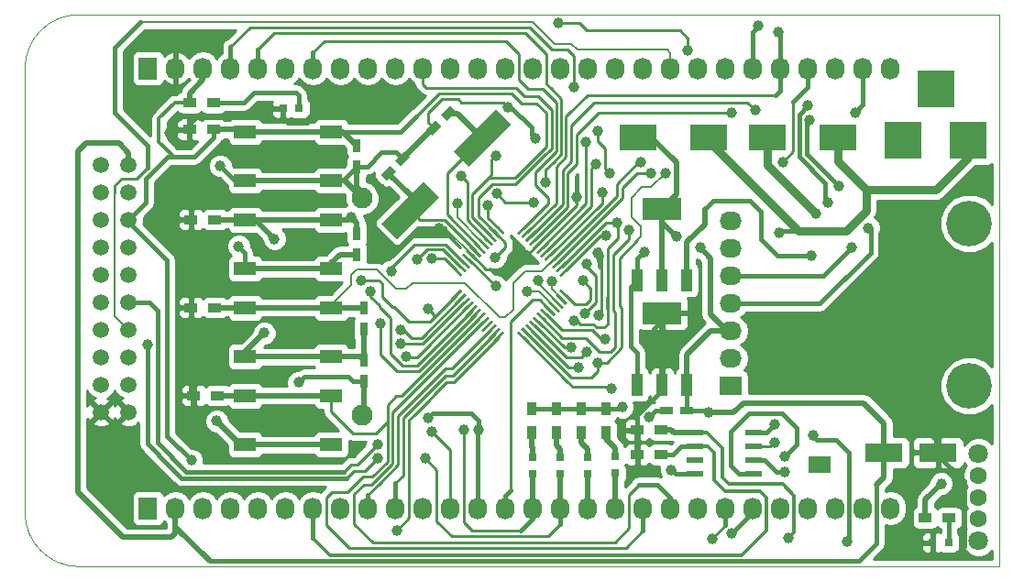
<source format=gbr>
G04 #@! TF.FileFunction,Copper,L1,Top,Signal*
%FSLAX46Y46*%
G04 Gerber Fmt 4.6, Leading zero omitted, Abs format (unit mm)*
G04 Created by KiCad (PCBNEW (2015-01-16 BZR 5376)-product) date 8/3/2015 4:30:31 PM*
%MOMM*%
G01*
G04 APERTURE LIST*
%ADD10C,0.100000*%
%ADD11R,3.500120X3.500120*%
%ADD12R,2.032000X1.727200*%
%ADD13O,2.032000X1.727200*%
%ADD14C,4.200000*%
%ADD15C,1.948180*%
%ADD16R,0.750000X1.200000*%
%ADD17R,3.500120X2.400300*%
%ADD18R,1.200000X0.750000*%
%ADD19R,0.797560X0.797560*%
%ADD20R,3.500120X1.800860*%
%ADD21R,3.657600X2.032000*%
%ADD22R,1.016000X2.032000*%
%ADD23R,1.200000X0.900000*%
%ADD24R,0.900000X1.200000*%
%ADD25R,2.000000X1.300000*%
%ADD26C,1.600000*%
%ADD27C,1.800000*%
%ADD28R,1.550000X0.600000*%
%ADD29C,1.000760*%
%ADD30R,2.000000X1.600000*%
%ADD31C,1.506220*%
%ADD32R,1.727200X2.032000*%
%ADD33O,1.727200X2.032000*%
%ADD34C,1.000000*%
%ADD35C,0.508000*%
%ADD36C,0.254000*%
%ADD37C,0.381000*%
%ADD38C,0.304800*%
%ADD39C,0.203200*%
%ADD40C,0.762000*%
%ADD41C,0.635000*%
G04 APERTURE END LIST*
D10*
X165000000Y-107000000D02*
X80000000Y-107000000D01*
X80000000Y-56000000D02*
X165000000Y-56000000D01*
X165000000Y-56000000D02*
X165000000Y-107000000D01*
X75000000Y-61000000D02*
X75000000Y-102000000D01*
X80000000Y-56000000D02*
G75*
G03X75000000Y-61000000I0J-5000000D01*
G01*
X75000000Y-102000000D02*
G75*
G03X80000000Y-107000000I5000000J0D01*
G01*
D11*
X156105860Y-67564000D03*
X162105340Y-67564000D03*
X159105600Y-62865000D03*
D12*
X140208000Y-90296000D03*
D13*
X140208000Y-87756000D03*
X140208000Y-85216000D03*
X140208000Y-82676000D03*
X140208000Y-80136000D03*
X140208000Y-77596000D03*
X140208000Y-75056000D03*
D14*
X162208000Y-90296000D03*
X162208000Y-75296000D03*
D15*
X106172000Y-72964040D03*
X106172000Y-92964000D03*
D16*
X105664000Y-68138000D03*
X105664000Y-70038000D03*
D10*
G36*
X112580150Y-67147180D02*
X112049820Y-66616850D01*
X112898348Y-65768322D01*
X113428678Y-66298652D01*
X112580150Y-67147180D01*
X112580150Y-67147180D01*
G37*
G36*
X113923652Y-65803678D02*
X113393322Y-65273348D01*
X114241850Y-64424820D01*
X114772180Y-64955150D01*
X113923652Y-65803678D01*
X113923652Y-65803678D01*
G37*
D16*
X105664000Y-76266000D03*
X105664000Y-78166000D03*
D10*
G36*
X110050850Y-68615820D02*
X110581180Y-69146150D01*
X109732652Y-69994678D01*
X109202322Y-69464348D01*
X110050850Y-68615820D01*
X110050850Y-68615820D01*
G37*
G36*
X108707348Y-69959322D02*
X109237678Y-70489652D01*
X108389150Y-71338180D01*
X107858820Y-70807850D01*
X108707348Y-69959322D01*
X108707348Y-69959322D01*
G37*
D17*
X143560800Y-67310000D03*
X150063200Y-67310000D03*
D16*
X106299000Y-83124000D03*
X106299000Y-85024000D03*
D17*
X131622800Y-67310000D03*
X138125200Y-67310000D03*
D18*
X134241500Y-92583000D03*
X136141500Y-92583000D03*
D16*
X106299000Y-89850000D03*
X106299000Y-87950000D03*
D19*
X98818700Y-64643000D03*
X100317300Y-64643000D03*
D20*
X154345640Y-96456500D03*
X159344360Y-96456500D03*
D19*
X158826200Y-104775000D03*
X160324800Y-104775000D03*
X121920000Y-98412300D03*
X121920000Y-96913700D03*
X124460000Y-98412300D03*
X124460000Y-96913700D03*
X127000000Y-98412300D03*
X127000000Y-96913700D03*
X129540000Y-98348800D03*
X129540000Y-96850200D03*
D21*
X133858000Y-73914000D03*
D22*
X133858000Y-80518000D03*
X136144000Y-80518000D03*
X131572000Y-80518000D03*
D21*
X133858000Y-83566000D03*
D22*
X133858000Y-90170000D03*
X136144000Y-90170000D03*
X131572000Y-90170000D03*
D23*
X92413000Y-64135000D03*
X90213000Y-64135000D03*
X90213000Y-66611500D03*
X92413000Y-66611500D03*
X90340000Y-74930000D03*
X92540000Y-74930000D03*
X90340000Y-83058000D03*
X92540000Y-83058000D03*
X90594000Y-91186000D03*
X92794000Y-91186000D03*
X160358000Y-102489000D03*
X158158000Y-102489000D03*
D24*
X121767600Y-92422800D03*
X121767600Y-94622800D03*
X124104400Y-92422800D03*
X124104400Y-94622800D03*
X126390400Y-92422800D03*
X126390400Y-94622800D03*
X128676400Y-92422800D03*
X128676400Y-94622800D03*
D23*
X133751500Y-94361000D03*
X131551500Y-94361000D03*
X133751500Y-96647000D03*
X131551500Y-96647000D03*
D25*
X95339000Y-71338000D03*
X95339000Y-66838000D03*
X103289000Y-66838000D03*
X103289000Y-71338000D03*
D26*
X163068000Y-98584000D03*
X163068000Y-100584000D03*
X163068000Y-102584000D03*
D27*
X163068000Y-104584000D03*
X163068000Y-96584000D03*
D25*
X95339000Y-79466000D03*
X95339000Y-74966000D03*
X103289000Y-74966000D03*
X103289000Y-79466000D03*
X95339000Y-87594000D03*
X95339000Y-83094000D03*
X103289000Y-83094000D03*
X103289000Y-87594000D03*
X95339000Y-95722000D03*
X95339000Y-91222000D03*
X103289000Y-91222000D03*
X103289000Y-95722000D03*
D10*
G36*
X118208621Y-75380311D02*
X118385398Y-75203534D01*
X119304637Y-76122773D01*
X119127860Y-76299550D01*
X118208621Y-75380311D01*
X118208621Y-75380311D01*
G37*
G36*
X117855068Y-75733864D02*
X118031845Y-75557087D01*
X118951084Y-76476326D01*
X118774307Y-76653103D01*
X117855068Y-75733864D01*
X117855068Y-75733864D01*
G37*
G36*
X117501514Y-76087418D02*
X117678291Y-75910641D01*
X118597530Y-76829880D01*
X118420753Y-77006657D01*
X117501514Y-76087418D01*
X117501514Y-76087418D01*
G37*
G36*
X117147961Y-76440971D02*
X117324738Y-76264194D01*
X118243977Y-77183433D01*
X118067200Y-77360210D01*
X117147961Y-76440971D01*
X117147961Y-76440971D01*
G37*
G36*
X116794408Y-76794524D02*
X116971185Y-76617747D01*
X117890424Y-77536986D01*
X117713647Y-77713763D01*
X116794408Y-76794524D01*
X116794408Y-76794524D01*
G37*
G36*
X116440854Y-77148078D02*
X116617631Y-76971301D01*
X117536870Y-77890540D01*
X117360093Y-78067317D01*
X116440854Y-77148078D01*
X116440854Y-77148078D01*
G37*
G36*
X116087301Y-77501631D02*
X116264078Y-77324854D01*
X117183317Y-78244093D01*
X117006540Y-78420870D01*
X116087301Y-77501631D01*
X116087301Y-77501631D01*
G37*
G36*
X115733747Y-77855185D02*
X115910524Y-77678408D01*
X116829763Y-78597647D01*
X116652986Y-78774424D01*
X115733747Y-77855185D01*
X115733747Y-77855185D01*
G37*
G36*
X115380194Y-78208738D02*
X115556971Y-78031961D01*
X116476210Y-78951200D01*
X116299433Y-79127977D01*
X115380194Y-78208738D01*
X115380194Y-78208738D01*
G37*
G36*
X115026641Y-78562291D02*
X115203418Y-78385514D01*
X116122657Y-79304753D01*
X115945880Y-79481530D01*
X115026641Y-78562291D01*
X115026641Y-78562291D01*
G37*
G36*
X114673087Y-78915845D02*
X114849864Y-78739068D01*
X115769103Y-79658307D01*
X115592326Y-79835084D01*
X114673087Y-78915845D01*
X114673087Y-78915845D01*
G37*
G36*
X114319534Y-79269398D02*
X114496311Y-79092621D01*
X115415550Y-80011860D01*
X115238773Y-80188637D01*
X114319534Y-79269398D01*
X114319534Y-79269398D01*
G37*
G36*
X114496311Y-82451379D02*
X114319534Y-82274602D01*
X115238773Y-81355363D01*
X115415550Y-81532140D01*
X114496311Y-82451379D01*
X114496311Y-82451379D01*
G37*
G36*
X114849864Y-82804932D02*
X114673087Y-82628155D01*
X115592326Y-81708916D01*
X115769103Y-81885693D01*
X114849864Y-82804932D01*
X114849864Y-82804932D01*
G37*
G36*
X115203418Y-83158486D02*
X115026641Y-82981709D01*
X115945880Y-82062470D01*
X116122657Y-82239247D01*
X115203418Y-83158486D01*
X115203418Y-83158486D01*
G37*
G36*
X115556971Y-83512039D02*
X115380194Y-83335262D01*
X116299433Y-82416023D01*
X116476210Y-82592800D01*
X115556971Y-83512039D01*
X115556971Y-83512039D01*
G37*
G36*
X115910524Y-83865592D02*
X115733747Y-83688815D01*
X116652986Y-82769576D01*
X116829763Y-82946353D01*
X115910524Y-83865592D01*
X115910524Y-83865592D01*
G37*
G36*
X116264078Y-84219146D02*
X116087301Y-84042369D01*
X117006540Y-83123130D01*
X117183317Y-83299907D01*
X116264078Y-84219146D01*
X116264078Y-84219146D01*
G37*
G36*
X116617631Y-84572699D02*
X116440854Y-84395922D01*
X117360093Y-83476683D01*
X117536870Y-83653460D01*
X116617631Y-84572699D01*
X116617631Y-84572699D01*
G37*
G36*
X116971185Y-84926253D02*
X116794408Y-84749476D01*
X117713647Y-83830237D01*
X117890424Y-84007014D01*
X116971185Y-84926253D01*
X116971185Y-84926253D01*
G37*
G36*
X117324738Y-85279806D02*
X117147961Y-85103029D01*
X118067200Y-84183790D01*
X118243977Y-84360567D01*
X117324738Y-85279806D01*
X117324738Y-85279806D01*
G37*
G36*
X117678291Y-85633359D02*
X117501514Y-85456582D01*
X118420753Y-84537343D01*
X118597530Y-84714120D01*
X117678291Y-85633359D01*
X117678291Y-85633359D01*
G37*
G36*
X118031845Y-85986913D02*
X117855068Y-85810136D01*
X118774307Y-84890897D01*
X118951084Y-85067674D01*
X118031845Y-85986913D01*
X118031845Y-85986913D01*
G37*
G36*
X118385398Y-86340466D02*
X118208621Y-86163689D01*
X119127860Y-85244450D01*
X119304637Y-85421227D01*
X118385398Y-86340466D01*
X118385398Y-86340466D01*
G37*
G36*
X120471363Y-85421227D02*
X120648140Y-85244450D01*
X121567379Y-86163689D01*
X121390602Y-86340466D01*
X120471363Y-85421227D01*
X120471363Y-85421227D01*
G37*
G36*
X120824916Y-85067674D02*
X121001693Y-84890897D01*
X121920932Y-85810136D01*
X121744155Y-85986913D01*
X120824916Y-85067674D01*
X120824916Y-85067674D01*
G37*
G36*
X121178470Y-84714120D02*
X121355247Y-84537343D01*
X122274486Y-85456582D01*
X122097709Y-85633359D01*
X121178470Y-84714120D01*
X121178470Y-84714120D01*
G37*
G36*
X121532023Y-84360567D02*
X121708800Y-84183790D01*
X122628039Y-85103029D01*
X122451262Y-85279806D01*
X121532023Y-84360567D01*
X121532023Y-84360567D01*
G37*
G36*
X121885576Y-84007014D02*
X122062353Y-83830237D01*
X122981592Y-84749476D01*
X122804815Y-84926253D01*
X121885576Y-84007014D01*
X121885576Y-84007014D01*
G37*
G36*
X122239130Y-83653460D02*
X122415907Y-83476683D01*
X123335146Y-84395922D01*
X123158369Y-84572699D01*
X122239130Y-83653460D01*
X122239130Y-83653460D01*
G37*
G36*
X122592683Y-83299907D02*
X122769460Y-83123130D01*
X123688699Y-84042369D01*
X123511922Y-84219146D01*
X122592683Y-83299907D01*
X122592683Y-83299907D01*
G37*
G36*
X122946237Y-82946353D02*
X123123014Y-82769576D01*
X124042253Y-83688815D01*
X123865476Y-83865592D01*
X122946237Y-82946353D01*
X122946237Y-82946353D01*
G37*
G36*
X123299790Y-82592800D02*
X123476567Y-82416023D01*
X124395806Y-83335262D01*
X124219029Y-83512039D01*
X123299790Y-82592800D01*
X123299790Y-82592800D01*
G37*
G36*
X123653343Y-82239247D02*
X123830120Y-82062470D01*
X124749359Y-82981709D01*
X124572582Y-83158486D01*
X123653343Y-82239247D01*
X123653343Y-82239247D01*
G37*
G36*
X124006897Y-81885693D02*
X124183674Y-81708916D01*
X125102913Y-82628155D01*
X124926136Y-82804932D01*
X124006897Y-81885693D01*
X124006897Y-81885693D01*
G37*
G36*
X124360450Y-81532140D02*
X124537227Y-81355363D01*
X125456466Y-82274602D01*
X125279689Y-82451379D01*
X124360450Y-81532140D01*
X124360450Y-81532140D01*
G37*
G36*
X124537227Y-80188637D02*
X124360450Y-80011860D01*
X125279689Y-79092621D01*
X125456466Y-79269398D01*
X124537227Y-80188637D01*
X124537227Y-80188637D01*
G37*
G36*
X124183674Y-79835084D02*
X124006897Y-79658307D01*
X124926136Y-78739068D01*
X125102913Y-78915845D01*
X124183674Y-79835084D01*
X124183674Y-79835084D01*
G37*
G36*
X123830120Y-79481530D02*
X123653343Y-79304753D01*
X124572582Y-78385514D01*
X124749359Y-78562291D01*
X123830120Y-79481530D01*
X123830120Y-79481530D01*
G37*
G36*
X123476567Y-79127977D02*
X123299790Y-78951200D01*
X124219029Y-78031961D01*
X124395806Y-78208738D01*
X123476567Y-79127977D01*
X123476567Y-79127977D01*
G37*
G36*
X123123014Y-78774424D02*
X122946237Y-78597647D01*
X123865476Y-77678408D01*
X124042253Y-77855185D01*
X123123014Y-78774424D01*
X123123014Y-78774424D01*
G37*
G36*
X122769460Y-78420870D02*
X122592683Y-78244093D01*
X123511922Y-77324854D01*
X123688699Y-77501631D01*
X122769460Y-78420870D01*
X122769460Y-78420870D01*
G37*
G36*
X122415907Y-78067317D02*
X122239130Y-77890540D01*
X123158369Y-76971301D01*
X123335146Y-77148078D01*
X122415907Y-78067317D01*
X122415907Y-78067317D01*
G37*
G36*
X122062353Y-77713763D02*
X121885576Y-77536986D01*
X122804815Y-76617747D01*
X122981592Y-76794524D01*
X122062353Y-77713763D01*
X122062353Y-77713763D01*
G37*
G36*
X121708800Y-77360210D02*
X121532023Y-77183433D01*
X122451262Y-76264194D01*
X122628039Y-76440971D01*
X121708800Y-77360210D01*
X121708800Y-77360210D01*
G37*
G36*
X121355247Y-77006657D02*
X121178470Y-76829880D01*
X122097709Y-75910641D01*
X122274486Y-76087418D01*
X121355247Y-77006657D01*
X121355247Y-77006657D01*
G37*
G36*
X121001693Y-76653103D02*
X120824916Y-76476326D01*
X121744155Y-75557087D01*
X121920932Y-75733864D01*
X121001693Y-76653103D01*
X121001693Y-76653103D01*
G37*
G36*
X120648140Y-76299550D02*
X120471363Y-76122773D01*
X121390602Y-75203534D01*
X121567379Y-75380311D01*
X120648140Y-76299550D01*
X120648140Y-76299550D01*
G37*
D28*
X142273000Y-98425000D03*
X142273000Y-97155000D03*
X142273000Y-95885000D03*
X142273000Y-94615000D03*
X136873000Y-94615000D03*
X136873000Y-95885000D03*
X136873000Y-97155000D03*
X136873000Y-98425000D03*
D10*
G36*
X118479174Y-64765333D02*
X119892667Y-66178826D01*
X116004216Y-70067277D01*
X114590723Y-68653784D01*
X118479174Y-64765333D01*
X118479174Y-64765333D01*
G37*
G36*
X111833784Y-71410723D02*
X113247277Y-72824216D01*
X109358826Y-76712667D01*
X107945333Y-75299174D01*
X111833784Y-71410723D01*
X111833784Y-71410723D01*
G37*
D29*
X145161000Y-96786700D03*
X145161000Y-98285300D03*
D30*
X148411000Y-97536000D03*
D31*
X84582000Y-92710000D03*
X82042000Y-92710000D03*
X84582000Y-90170000D03*
X82042000Y-90170000D03*
X84582000Y-87630000D03*
X82042000Y-87630000D03*
X84582000Y-85090000D03*
X82042000Y-85090000D03*
X84582000Y-82550000D03*
X82042000Y-82550000D03*
X84582000Y-80010000D03*
X82042000Y-80010000D03*
X84582000Y-77470000D03*
X82042000Y-77470000D03*
X84582000Y-74930000D03*
X82042000Y-74930000D03*
X84582000Y-72390000D03*
X82042000Y-72390000D03*
X84582000Y-69850000D03*
X82042000Y-69850000D03*
D32*
X86360000Y-101600000D03*
D33*
X88900000Y-101600000D03*
X91440000Y-101600000D03*
X93980000Y-101600000D03*
X96520000Y-101600000D03*
X99060000Y-101600000D03*
X101600000Y-101600000D03*
X104140000Y-101600000D03*
X106680000Y-101600000D03*
X109220000Y-101600000D03*
X111760000Y-101600000D03*
X114300000Y-101600000D03*
X116840000Y-101600000D03*
X119380000Y-101600000D03*
X121920000Y-101600000D03*
X124460000Y-101600000D03*
X127000000Y-101600000D03*
X129540000Y-101600000D03*
X132080000Y-101600000D03*
X134620000Y-101600000D03*
X137160000Y-101600000D03*
X139700000Y-101600000D03*
X142240000Y-101600000D03*
X144780000Y-101600000D03*
X147320000Y-101600000D03*
X149860000Y-101600000D03*
X152400000Y-101600000D03*
X154940000Y-101600000D03*
D32*
X86360000Y-60960000D03*
D33*
X88900000Y-60960000D03*
X91440000Y-60960000D03*
X93980000Y-60960000D03*
X96520000Y-60960000D03*
X99060000Y-60960000D03*
X101600000Y-60960000D03*
X104140000Y-60960000D03*
X106680000Y-60960000D03*
X109220000Y-60960000D03*
X111760000Y-60960000D03*
X114300000Y-60960000D03*
X116840000Y-60960000D03*
X119380000Y-60960000D03*
X121920000Y-60960000D03*
X124460000Y-60960000D03*
X127000000Y-60960000D03*
X129540000Y-60960000D03*
X132080000Y-60960000D03*
X134620000Y-60960000D03*
X137160000Y-60960000D03*
X139700000Y-60960000D03*
X142240000Y-60960000D03*
X144780000Y-60960000D03*
X147320000Y-60960000D03*
X149860000Y-60960000D03*
X152400000Y-60960000D03*
X154940000Y-60960000D03*
D34*
X144208500Y-95504000D03*
X100266500Y-89979500D03*
X90360500Y-97155000D03*
X126873000Y-79057500D03*
X118491000Y-69024500D03*
X118554500Y-72517000D03*
X121983500Y-73342500D03*
X126746000Y-83629500D03*
X93027500Y-69977000D03*
X94742000Y-77406500D03*
X97091500Y-85407500D03*
X114935000Y-73406000D03*
X128333500Y-72453500D03*
X144208500Y-93853000D03*
X130175000Y-92265500D03*
X132651500Y-93154500D03*
X92710000Y-93535500D03*
X150939500Y-104648000D03*
X147764500Y-94869000D03*
X119570500Y-64516000D03*
X122110500Y-67437000D03*
X115252500Y-70929500D03*
X105156000Y-74676000D03*
X98044000Y-76708000D03*
X148018500Y-74358500D03*
X147637500Y-78232000D03*
X132207000Y-77914500D03*
X144653000Y-76136500D03*
X159639000Y-99314000D03*
X131889500Y-69659500D03*
X134683500Y-98044000D03*
X138176000Y-92773500D03*
X137350500Y-77533500D03*
X135191500Y-76517500D03*
X89725500Y-93853000D03*
X88328500Y-66929000D03*
X89344500Y-70421500D03*
X91249500Y-76644500D03*
X113284000Y-75755500D03*
X125984000Y-72834500D03*
X107823000Y-72072500D03*
X104965500Y-64579500D03*
X127952500Y-83756500D03*
X127889000Y-77978000D03*
X132270500Y-85852000D03*
X145351500Y-84582000D03*
X108839000Y-79692500D03*
X109664500Y-85153500D03*
X109728000Y-86423500D03*
X110236000Y-87566500D03*
X145542000Y-104330500D03*
X126136400Y-88595200D03*
X126873000Y-87185500D03*
X112585500Y-94488000D03*
X107569000Y-96964500D03*
X86296500Y-86487000D03*
X116890800Y-94335600D03*
X125476000Y-86766400D03*
X107569000Y-95694500D03*
X112236250Y-93249750D03*
X115570000Y-94361000D03*
X118427500Y-78422500D03*
X112268000Y-83185000D03*
X106045000Y-80518000D03*
X111950500Y-96964500D03*
X127889000Y-88138000D03*
X134175500Y-70612000D03*
X129641600Y-75234800D03*
X127863600Y-66751200D03*
X129032000Y-70675500D03*
X125730000Y-84264500D03*
X117754400Y-73609200D03*
X138493500Y-104394000D03*
X111188500Y-78613000D03*
X112585500Y-78549500D03*
X140271500Y-103949500D03*
X109372400Y-103632000D03*
X129133600Y-90576400D03*
X128587500Y-85979000D03*
X132842000Y-70612000D03*
X126542800Y-80568800D03*
X125666500Y-62674500D03*
X128676400Y-76403200D03*
X123088400Y-71475600D03*
X126809500Y-67754500D03*
X136207500Y-59309000D03*
X124269500Y-56769000D03*
X107823000Y-84518500D03*
X142430500Y-64833500D03*
X142748000Y-57023000D03*
X152908000Y-75692000D03*
X150177500Y-71818500D03*
X147447000Y-65722500D03*
X144589500Y-57594500D03*
X151384000Y-77470000D03*
X149161500Y-73342500D03*
X147320000Y-64389000D03*
X121412000Y-81597500D03*
X122428000Y-80581500D03*
X123634500Y-80645000D03*
X140271500Y-65024000D03*
X118465600Y-81076800D03*
X144970500Y-69596000D03*
X106934000Y-81534000D03*
X130810000Y-75882500D03*
X151701500Y-65024000D03*
X127762000Y-69786500D03*
D35*
X106299000Y-92837000D02*
X106172000Y-92964000D01*
X106299000Y-89850000D02*
X106299000Y-92837000D01*
D36*
X144208500Y-95504000D02*
X143827500Y-95885000D01*
X143827500Y-95885000D02*
X142273000Y-95885000D01*
D37*
X105280500Y-89850000D02*
X104838500Y-89408000D01*
X104838500Y-89408000D02*
X100838000Y-89408000D01*
X100838000Y-89408000D02*
X100266500Y-89979500D01*
X106299000Y-89850000D02*
X105280500Y-89850000D01*
D36*
X116332000Y-74739500D02*
X116332000Y-72580500D01*
X117824250Y-71088250D02*
X118110000Y-70802500D01*
X116332000Y-72580500D02*
X117824250Y-71088250D01*
X118049522Y-76457022D02*
X116332000Y-74739500D01*
X118049522Y-76458649D02*
X118049522Y-76457022D01*
D35*
X95112500Y-66611500D02*
X95339000Y-66838000D01*
X92413000Y-66611500D02*
X95112500Y-66611500D01*
D36*
X92413000Y-66611500D02*
X92265500Y-66611500D01*
D35*
X91440000Y-62039500D02*
X91440000Y-60960000D01*
X90213000Y-63266500D02*
X91440000Y-62039500D01*
X90213000Y-64135000D02*
X90213000Y-63266500D01*
X95339000Y-66838000D02*
X103289000Y-66838000D01*
X104364000Y-66838000D02*
X105664000Y-68138000D01*
X103289000Y-66838000D02*
X104364000Y-66838000D01*
D37*
X92413000Y-67353000D02*
X90614500Y-69151500D01*
X90614500Y-69151500D02*
X88773000Y-69151500D01*
D38*
X88773000Y-69151500D02*
X87376000Y-67754500D01*
X87376000Y-67754500D02*
X87376000Y-65595500D01*
X87376000Y-65595500D02*
X88836500Y-64135000D01*
X88836500Y-64135000D02*
X90213000Y-64135000D01*
D37*
X92413000Y-66611500D02*
X92413000Y-67353000D01*
X88201500Y-69151500D02*
X86169500Y-71183500D01*
X86169500Y-71183500D02*
X86169500Y-73342500D01*
X86169500Y-73342500D02*
X84582000Y-74930000D01*
X88773000Y-69151500D02*
X88201500Y-69151500D01*
D38*
X84582000Y-74930000D02*
X84582000Y-75120500D01*
D37*
X88138000Y-94932500D02*
X90360500Y-97155000D01*
X84582000Y-75120500D02*
X88138000Y-78676500D01*
X88138000Y-78676500D02*
X88138000Y-87947500D01*
X88138000Y-87947500D02*
X88138000Y-94932500D01*
X109692000Y-66838000D02*
X111125000Y-65405000D01*
D36*
X120904000Y-64198500D02*
X119951500Y-63246000D01*
X119951500Y-63246000D02*
X113284000Y-63246000D01*
X113284000Y-63246000D02*
X111125000Y-65405000D01*
D37*
X103289000Y-66838000D02*
X109692000Y-66838000D01*
D38*
X127127000Y-79184500D02*
X127000000Y-79184500D01*
D36*
X127000000Y-79184500D02*
X126873000Y-79057500D01*
X118491000Y-69024500D02*
X118110000Y-69405500D01*
X118110000Y-69405500D02*
X118110000Y-70802500D01*
X126873000Y-79248000D02*
X127762000Y-80137000D01*
X127762000Y-80137000D02*
X127762000Y-82613500D01*
X127762000Y-82613500D02*
X126746000Y-83629500D01*
X126873000Y-79057500D02*
X126873000Y-79248000D01*
X119380000Y-73342500D02*
X118554500Y-72517000D01*
X121983500Y-73342500D02*
X119380000Y-73342500D01*
X121551170Y-69798670D02*
X121793000Y-69556840D01*
X120261590Y-71088250D02*
X121551170Y-69798670D01*
X117824250Y-71088250D02*
X120261590Y-71088250D01*
X122852920Y-68496920D02*
X123138670Y-68211170D01*
X123138670Y-68211170D02*
X123138670Y-65099670D01*
X123138670Y-65099670D02*
X122237500Y-64198500D01*
X122237500Y-64198500D02*
X120904000Y-64198500D01*
X121551170Y-69798670D02*
X122852920Y-68496920D01*
D37*
X128676400Y-92422800D02*
X126390400Y-92422800D01*
D36*
X123934400Y-92422800D02*
X124104400Y-92422800D01*
D37*
X126390400Y-92422800D02*
X123934400Y-92422800D01*
X124104400Y-92422800D02*
X121767600Y-92422800D01*
D35*
X95339000Y-71338000D02*
X103289000Y-71338000D01*
X104545960Y-71338000D02*
X106172000Y-72964040D01*
X103289000Y-71338000D02*
X104545960Y-71338000D01*
X105664000Y-72456040D02*
X106172000Y-72964040D01*
X105664000Y-70038000D02*
X105664000Y-72456040D01*
X103289000Y-79466000D02*
X95339000Y-79466000D01*
X95339000Y-95722000D02*
X103289000Y-95722000D01*
D37*
X94388500Y-71338000D02*
X93027500Y-69977000D01*
X95339000Y-71338000D02*
X94388500Y-71338000D01*
X94742000Y-77406500D02*
X95339000Y-78003500D01*
X95339000Y-78003500D02*
X95339000Y-79466000D01*
D35*
X104079000Y-78166000D02*
X105664000Y-78166000D01*
X103289000Y-78956000D02*
X104079000Y-78166000D01*
X103289000Y-79466000D02*
X103289000Y-78956000D01*
X105943000Y-87594000D02*
X106299000Y-87950000D01*
X103289000Y-87594000D02*
X105943000Y-87594000D01*
X106299000Y-85024000D02*
X106299000Y-87950000D01*
X95339000Y-87160000D02*
X97091500Y-85407500D01*
X95339000Y-87594000D02*
X95339000Y-87160000D01*
X103289000Y-87594000D02*
X95339000Y-87594000D01*
X109891751Y-69305249D02*
X112739249Y-66457751D01*
D37*
X109293502Y-68707000D02*
X109891751Y-69305249D01*
X107950000Y-68707000D02*
X109293502Y-68707000D01*
X106619000Y-70038000D02*
X107950000Y-68707000D01*
X105664000Y-70038000D02*
X106619000Y-70038000D01*
X104364000Y-71338000D02*
X105664000Y-70038000D01*
X103289000Y-71338000D02*
X104364000Y-71338000D01*
X105664000Y-71818500D02*
X105664000Y-70038000D01*
X106172000Y-72326500D02*
X105664000Y-71818500D01*
X106172000Y-72964040D02*
X106172000Y-72326500D01*
D39*
X114935000Y-74739500D02*
X114935000Y-73406000D01*
X117342416Y-77146916D02*
X114935000Y-74739500D01*
D36*
X128333500Y-73406000D02*
X128333500Y-72453500D01*
X123513084Y-78226416D02*
X128333500Y-73406000D01*
X123494245Y-78226416D02*
X123513084Y-78226416D01*
X116776500Y-64135000D02*
X116713000Y-64135000D01*
X115316000Y-64135000D02*
X114998500Y-63817500D01*
X114998500Y-63817500D02*
X113538000Y-63817500D01*
X113538000Y-63817500D02*
X112268000Y-65087500D01*
X112268000Y-65087500D02*
X112268000Y-65986502D01*
X112268000Y-65986502D02*
X112739249Y-66457751D01*
X116649500Y-64135000D02*
X115316000Y-64135000D01*
X116776500Y-64135000D02*
X116649500Y-64135000D01*
D37*
X128836600Y-92583000D02*
X128676400Y-92422800D01*
X143446500Y-94615000D02*
X144208500Y-93853000D01*
X142273000Y-94615000D02*
X143446500Y-94615000D01*
X130175000Y-92265500D02*
X130017700Y-92422800D01*
X130017700Y-92422800D02*
X128676400Y-92422800D01*
X132651500Y-93154500D02*
X133223000Y-92583000D01*
X133223000Y-92583000D02*
X134241500Y-92583000D01*
D39*
X114935000Y-74739500D02*
X114935000Y-73406000D01*
X117342416Y-77146916D02*
X114935000Y-74739500D01*
X117342416Y-77165755D02*
X117342416Y-77146916D01*
D35*
X94896500Y-95722000D02*
X92710000Y-93535500D01*
X95339000Y-95722000D02*
X94896500Y-95722000D01*
D37*
X151130000Y-104457500D02*
X150939500Y-104648000D01*
X151130000Y-96456500D02*
X151130000Y-102171500D01*
X149923500Y-95250000D02*
X151130000Y-96456500D01*
X148145500Y-95250000D02*
X149923500Y-95250000D01*
X147764500Y-94869000D02*
X148145500Y-95250000D01*
X151130000Y-102171500D02*
X151130000Y-104457500D01*
D36*
X119189500Y-64135000D02*
X119570500Y-64516000D01*
X116649500Y-64135000D02*
X119189500Y-64135000D01*
D37*
X122110500Y-67437000D02*
X121793000Y-67119500D01*
X121793000Y-67119500D02*
X121793000Y-66421000D01*
X121793000Y-66421000D02*
X119888000Y-64516000D01*
X119888000Y-64516000D02*
X119570500Y-64516000D01*
D36*
X113982500Y-70675500D02*
X117241695Y-67416305D01*
X113982500Y-74485500D02*
X113982500Y-70675500D01*
X116988862Y-77491862D02*
X113982500Y-74485500D01*
X116988862Y-77519309D02*
X116988862Y-77491862D01*
D35*
X114939639Y-65114249D02*
X117241695Y-67416305D01*
X114082751Y-65114249D02*
X114939639Y-65114249D01*
D36*
X105156000Y-74676000D02*
X105664000Y-75184000D01*
X117695969Y-76812202D02*
X117695969Y-76801969D01*
X104866000Y-74966000D02*
X105156000Y-74676000D01*
X117695969Y-76801969D02*
X115855750Y-74961750D01*
D35*
X95339000Y-74966000D02*
X103289000Y-74966000D01*
X105664000Y-75184000D02*
X105156000Y-74676000D01*
X105664000Y-76266000D02*
X105664000Y-75184000D01*
X104866000Y-74966000D02*
X105156000Y-74676000D01*
X103289000Y-74966000D02*
X104866000Y-74966000D01*
X92576000Y-74966000D02*
X92540000Y-74930000D01*
X95339000Y-74966000D02*
X92576000Y-74966000D01*
X96302000Y-74966000D02*
X98044000Y-76708000D01*
X95339000Y-74966000D02*
X96302000Y-74966000D01*
D36*
X115855750Y-71532750D02*
X115252500Y-70929500D01*
X115855750Y-74961750D02*
X115855750Y-71532750D01*
X111464610Y-74930000D02*
X110596305Y-74061695D01*
X113728500Y-74930000D02*
X111464610Y-74930000D01*
X116635309Y-77836809D02*
X113728500Y-74930000D01*
X116635309Y-77872862D02*
X116635309Y-77836809D01*
D35*
X110596305Y-72696807D02*
X108548249Y-70648751D01*
X110596305Y-74061695D02*
X110596305Y-72696807D01*
D40*
X148018500Y-74358500D02*
X143560800Y-69900800D01*
X143560800Y-69900800D02*
X143560800Y-67310000D01*
D37*
X144653000Y-78232000D02*
X147637500Y-78232000D01*
X143002000Y-74231500D02*
X143002000Y-76771500D01*
X141922500Y-73152000D02*
X143002000Y-74231500D01*
X138557000Y-73152000D02*
X141922500Y-73152000D01*
X137795000Y-73914000D02*
X138557000Y-73152000D01*
D35*
X137795000Y-75374500D02*
X137795000Y-73914000D01*
X136144000Y-77025500D02*
X137795000Y-75374500D01*
X136144000Y-80518000D02*
X136144000Y-77025500D01*
D37*
X144462500Y-78232000D02*
X143002000Y-76771500D01*
X144653000Y-78232000D02*
X144462500Y-78232000D01*
D40*
X159131000Y-72199500D02*
X152717500Y-72199500D01*
X152717500Y-72199500D02*
X150063200Y-69545200D01*
X150063200Y-69545200D02*
X150063200Y-67310000D01*
X162105340Y-69225160D02*
X159131000Y-72199500D01*
X162105340Y-67564000D02*
X162105340Y-69225160D01*
X152717500Y-74104500D02*
X152717500Y-72199500D01*
X150812500Y-76009500D02*
X152717500Y-74104500D01*
X146431000Y-76009500D02*
X150812500Y-76009500D01*
X138125200Y-67703700D02*
X146431000Y-76009500D01*
X138125200Y-67310000D02*
X138125200Y-67703700D01*
D37*
X131572000Y-78549500D02*
X132207000Y-77914500D01*
X144653000Y-76136500D02*
X144780000Y-76009500D01*
X144780000Y-76009500D02*
X146431000Y-76009500D01*
X131572000Y-80518000D02*
X131572000Y-78549500D01*
X131572000Y-87249000D02*
X130937000Y-86614000D01*
X130937000Y-86614000D02*
X130937000Y-81153000D01*
X130937000Y-81153000D02*
X131572000Y-80518000D01*
X131572000Y-90170000D02*
X131572000Y-87249000D01*
D35*
X159639000Y-99314000D02*
X158158000Y-100795000D01*
X158158000Y-100795000D02*
X158158000Y-102489000D01*
D36*
X123858031Y-78579969D02*
X128714500Y-73723500D01*
X123847798Y-78579969D02*
X123858031Y-78579969D01*
D39*
X137160000Y-60960000D02*
X136715500Y-60960000D01*
X123847798Y-78579969D02*
X123847798Y-78590202D01*
X103289000Y-82829500D02*
X103289000Y-83094000D01*
X110807500Y-80772000D02*
X110236000Y-81343500D01*
X110236000Y-81343500D02*
X109283500Y-81343500D01*
X109283500Y-81343500D02*
X107505500Y-79565500D01*
X107505500Y-79565500D02*
X105600500Y-79565500D01*
X105600500Y-79565500D02*
X105156000Y-80010000D01*
X105156000Y-80010000D02*
X105156000Y-80962500D01*
X105156000Y-80962500D02*
X103289000Y-82829500D01*
X123847798Y-78590202D02*
X122745500Y-79692500D01*
X115633500Y-80772000D02*
X112395000Y-80772000D01*
X118808500Y-83947000D02*
X115633500Y-80772000D01*
X119380000Y-83947000D02*
X118808500Y-83947000D01*
X120078500Y-83248500D02*
X119380000Y-83947000D01*
X120078500Y-80835500D02*
X120078500Y-83248500D01*
X121221500Y-79692500D02*
X120078500Y-80835500D01*
X122745500Y-79692500D02*
X121221500Y-79692500D01*
X112395000Y-80772000D02*
X110807500Y-80772000D01*
D35*
X95339000Y-83094000D02*
X103289000Y-83094000D01*
X103319000Y-83124000D02*
X103289000Y-83094000D01*
X106299000Y-83124000D02*
X103319000Y-83124000D01*
X92576000Y-83094000D02*
X92540000Y-83058000D01*
X95339000Y-83094000D02*
X92576000Y-83094000D01*
D36*
X129667000Y-72771000D02*
X129667000Y-71628000D01*
X129667000Y-71628000D02*
X131635500Y-69659500D01*
X131635500Y-69659500D02*
X131889500Y-69659500D01*
X128714500Y-73723500D02*
X129667000Y-72771000D01*
D35*
X154345640Y-96456500D02*
X154345640Y-93766640D01*
X152463500Y-91884500D02*
X146494500Y-91884500D01*
X154345640Y-93766640D02*
X152463500Y-91884500D01*
X84582000Y-68770500D02*
X84582000Y-69850000D01*
X83693000Y-67881500D02*
X84582000Y-68770500D01*
X80645000Y-67881500D02*
X83693000Y-67881500D01*
X79883000Y-68643500D02*
X80645000Y-67881500D01*
X88900000Y-101600000D02*
X88900000Y-103886000D01*
X79883000Y-100076000D02*
X79883000Y-70040500D01*
X84074000Y-104267000D02*
X79883000Y-100076000D01*
X88519000Y-104267000D02*
X84074000Y-104267000D01*
X88900000Y-103886000D02*
X88519000Y-104267000D01*
X79883000Y-70040500D02*
X79883000Y-68643500D01*
X135191500Y-72580500D02*
X133858000Y-73914000D01*
X135191500Y-69659500D02*
X135191500Y-72580500D01*
X132842000Y-67310000D02*
X135191500Y-69659500D01*
X131622800Y-67310000D02*
X132842000Y-67310000D01*
X136144000Y-87376000D02*
X138304000Y-85216000D01*
X138304000Y-85216000D02*
X140208000Y-85216000D01*
X136144000Y-90170000D02*
X136144000Y-87376000D01*
X133858000Y-73914000D02*
X133858000Y-80518000D01*
D37*
X136141500Y-90172500D02*
X136144000Y-90170000D01*
X136141500Y-92583000D02*
X136141500Y-90172500D01*
X135064500Y-98425000D02*
X134683500Y-98044000D01*
X138176000Y-92773500D02*
X137985500Y-92583000D01*
X137985500Y-92583000D02*
X136141500Y-92583000D01*
X136873000Y-98425000D02*
X135064500Y-98425000D01*
X136144000Y-92580500D02*
X136141500Y-92583000D01*
X136144000Y-90170000D02*
X136144000Y-92580500D01*
X154345640Y-95735140D02*
X154345640Y-96456500D01*
D35*
X140462000Y-92773500D02*
X141351000Y-91884500D01*
X138176000Y-92773500D02*
X140462000Y-92773500D01*
X141351000Y-91884500D02*
X146494500Y-91884500D01*
D37*
X146494500Y-91884500D02*
X150495000Y-91884500D01*
D35*
X138303000Y-83693000D02*
X138303000Y-78486000D01*
X138303000Y-78486000D02*
X137350500Y-77533500D01*
X135191500Y-76517500D02*
X133858000Y-75184000D01*
D37*
X133858000Y-75184000D02*
X133858000Y-73914000D01*
D35*
X139826000Y-85216000D02*
X138303000Y-83693000D01*
D37*
X140208000Y-85216000D02*
X139826000Y-85216000D01*
D35*
X154345640Y-96456500D02*
X154345640Y-98765360D01*
D37*
X153670000Y-99441000D02*
X153670000Y-101790500D01*
D35*
X154345640Y-98765360D02*
X153670000Y-99441000D01*
D37*
X153670000Y-101790500D02*
X153670000Y-104838500D01*
X153670000Y-104838500D02*
X152019000Y-106489500D01*
X152019000Y-106489500D02*
X92075000Y-106489500D01*
D35*
X92075000Y-106489500D02*
X88900000Y-103314500D01*
D37*
X88900000Y-103314500D02*
X88900000Y-101600000D01*
D41*
X159344360Y-96456500D02*
X159344360Y-95336360D01*
X159344360Y-95336360D02*
X159250000Y-95242000D01*
D35*
X89725500Y-93853000D02*
X90594000Y-92984500D01*
X90594000Y-92984500D02*
X90594000Y-91186000D01*
D37*
X97663000Y-64643000D02*
X98818700Y-64643000D01*
X97282000Y-65024000D02*
X97663000Y-64643000D01*
X94107000Y-65024000D02*
X97282000Y-65024000D01*
X93662500Y-65468500D02*
X94107000Y-65024000D01*
X90805000Y-65468500D02*
X93662500Y-65468500D01*
X90213000Y-66060500D02*
X90805000Y-65468500D01*
X90213000Y-66611500D02*
X90213000Y-66060500D01*
X88646000Y-66611500D02*
X88328500Y-66929000D01*
X90213000Y-66611500D02*
X88646000Y-66611500D01*
X90340000Y-78295500D02*
X90340000Y-83058000D01*
X90340000Y-74930000D02*
X90340000Y-78295500D01*
X90340000Y-90932000D02*
X90594000Y-91186000D01*
X90340000Y-83058000D02*
X90340000Y-90932000D01*
X90340000Y-71417000D02*
X89344500Y-70421500D01*
X90340000Y-74930000D02*
X90340000Y-71417000D01*
X91249500Y-76644500D02*
X90340000Y-77554000D01*
X90340000Y-77554000D02*
X90340000Y-78189000D01*
X90340000Y-78189000D02*
X90233500Y-78295500D01*
X90233500Y-78295500D02*
X90340000Y-78295500D01*
X113792000Y-75755500D02*
X113284000Y-75755500D01*
D39*
X116262916Y-78226416D02*
X113792000Y-75755500D01*
X116281755Y-78226416D02*
X116262916Y-78226416D01*
D36*
X125984000Y-73596500D02*
X125984000Y-72834500D01*
X122433584Y-77146916D02*
X125984000Y-73596500D01*
X122433584Y-77165755D02*
X122433584Y-77146916D01*
D37*
X111506000Y-75755500D02*
X108966000Y-78295500D01*
X108966000Y-78295500D02*
X108394500Y-78295500D01*
X108394500Y-78295500D02*
X107061000Y-76962000D01*
X107061000Y-76962000D02*
X107061000Y-74993500D01*
X107061000Y-74993500D02*
X107823000Y-74231500D01*
X107823000Y-74231500D02*
X107823000Y-72072500D01*
X104965500Y-64579500D02*
X104584500Y-64960500D01*
X104584500Y-64960500D02*
X102044500Y-64960500D01*
X102044500Y-64960500D02*
X101028500Y-65976500D01*
X101028500Y-65976500D02*
X99314000Y-65976500D01*
X99314000Y-65976500D02*
X98818700Y-65481200D01*
X98818700Y-65481200D02*
X98818700Y-64643000D01*
X113284000Y-75755500D02*
X111506000Y-75755500D01*
D36*
X117602000Y-79502000D02*
X120097339Y-79502000D01*
X120097339Y-79502000D02*
X122433584Y-77165755D01*
X116326416Y-78226416D02*
X117602000Y-79502000D01*
X116281755Y-78226416D02*
X116326416Y-78226416D01*
D35*
X133858000Y-83566000D02*
X133858000Y-90170000D01*
X131551500Y-96647000D02*
X131551500Y-94361000D01*
D37*
X133858000Y-90678000D02*
X133858000Y-90170000D01*
X131551500Y-92984500D02*
X133858000Y-90678000D01*
X131551500Y-94361000D02*
X131551500Y-92984500D01*
X158826200Y-105803700D02*
X158826200Y-104775000D01*
X159258000Y-106235500D02*
X158826200Y-105803700D01*
X160591500Y-106235500D02*
X159258000Y-106235500D01*
X161734500Y-105092500D02*
X160591500Y-106235500D01*
X161734500Y-99123500D02*
X161734500Y-105092500D01*
X159344360Y-96733360D02*
X161734500Y-99123500D01*
D38*
X159344360Y-96456500D02*
X159344360Y-96733360D01*
D36*
X128206500Y-83502500D02*
X127952500Y-83756500D01*
D37*
X127889000Y-77978000D02*
X128206500Y-78295500D01*
D36*
X128206500Y-78295500D02*
X128206500Y-83502500D01*
X133858000Y-84264500D02*
X133858000Y-83566000D01*
D37*
X132270500Y-85852000D02*
X133858000Y-84264500D01*
D41*
X150558500Y-86550500D02*
X148399500Y-86550500D01*
X159344360Y-95336360D02*
X159250000Y-95242000D01*
X159250000Y-95242000D02*
X150558500Y-86550500D01*
X145351500Y-84582000D02*
X147320000Y-86550500D01*
X147320000Y-86550500D02*
X148336000Y-86550500D01*
D36*
X148336000Y-86550500D02*
X148399500Y-86614000D01*
X148399500Y-86614000D02*
X148399500Y-86550500D01*
D37*
X95186500Y-64135000D02*
X96139000Y-63182500D01*
X96139000Y-63182500D02*
X100076000Y-63182500D01*
X100076000Y-63182500D02*
X100317300Y-63423800D01*
X100317300Y-63423800D02*
X100317300Y-64643000D01*
X92413000Y-64135000D02*
X95186500Y-64135000D01*
D38*
X160358000Y-104741800D02*
X160324800Y-104775000D01*
D37*
X160358000Y-102489000D02*
X160358000Y-104741800D01*
D36*
X113855500Y-77216000D02*
X111315500Y-77216000D01*
X115573022Y-78933522D02*
X113855500Y-77216000D01*
X115574649Y-78933522D02*
X115573022Y-78933522D01*
X110998000Y-77216000D02*
X108839000Y-79375000D01*
X108839000Y-79375000D02*
X108839000Y-79692500D01*
X111315500Y-77216000D02*
X110998000Y-77216000D01*
X115221095Y-82256924D02*
X115221095Y-82263905D01*
X110680500Y-85852000D02*
X109982000Y-85153500D01*
X109982000Y-85153500D02*
X109664500Y-85153500D01*
X115221095Y-82263905D02*
X111633000Y-85852000D01*
X111633000Y-85852000D02*
X110807500Y-85852000D01*
X110807500Y-85852000D02*
X110680500Y-85852000D01*
X111760000Y-86423500D02*
X109728000Y-86423500D01*
X115573022Y-82610478D02*
X111760000Y-86423500D01*
X115574649Y-82610478D02*
X115573022Y-82610478D01*
D37*
X134810500Y-96647000D02*
X133751500Y-96647000D01*
X135572500Y-95885000D02*
X134810500Y-96647000D01*
X136873000Y-95885000D02*
X135572500Y-95885000D01*
D38*
X101600000Y-104330500D02*
X103187500Y-105918000D01*
X103187500Y-105918000D02*
X141224000Y-105918000D01*
X141224000Y-105918000D02*
X143510000Y-103632000D01*
X143510000Y-103632000D02*
X143510000Y-100647500D01*
X143510000Y-100647500D02*
X142875000Y-100012500D01*
X142875000Y-100012500D02*
X139636500Y-100012500D01*
X139636500Y-100012500D02*
X138620500Y-98996500D01*
X138620500Y-98996500D02*
X138620500Y-96456500D01*
X138620500Y-96456500D02*
X138049000Y-95885000D01*
X138049000Y-95885000D02*
X136873000Y-95885000D01*
D37*
X101600000Y-101600000D02*
X101600000Y-104330500D01*
D35*
X136873000Y-94615000D02*
X134937500Y-94615000D01*
X134937500Y-94615000D02*
X134683500Y-94361000D01*
X134683500Y-94361000D02*
X133751500Y-94361000D01*
D36*
X111982250Y-86899750D02*
X111950500Y-86931500D01*
X115917969Y-82964031D02*
X111982250Y-86899750D01*
X115928202Y-82964031D02*
X115917969Y-82964031D01*
X111188500Y-87693500D02*
X110363000Y-87693500D01*
X110363000Y-87693500D02*
X110236000Y-87566500D01*
X111982250Y-86899750D02*
X111188500Y-87693500D01*
D37*
X134683500Y-94361000D02*
X133751500Y-94361000D01*
X134937500Y-94615000D02*
X134683500Y-94361000D01*
D38*
X136873000Y-94615000D02*
X137985500Y-94615000D01*
X145542000Y-104330500D02*
X146050000Y-103822500D01*
X146050000Y-103822500D02*
X146050000Y-100457000D01*
X146050000Y-100457000D02*
X144970500Y-99377500D01*
X144970500Y-99377500D02*
X140017500Y-99377500D01*
X140017500Y-99377500D02*
X139382500Y-98742500D01*
X139382500Y-98742500D02*
X139382500Y-96012000D01*
X139382500Y-96012000D02*
X137985500Y-94615000D01*
D36*
X118049522Y-85086978D02*
X114427000Y-88709500D01*
X118049522Y-85085351D02*
X118049522Y-85086978D01*
X107759500Y-99314000D02*
X106680000Y-100393500D01*
D37*
X106680000Y-100393500D02*
X106680000Y-101600000D01*
D36*
X109474000Y-93091000D02*
X113855500Y-88709500D01*
X113855500Y-88709500D02*
X114427000Y-88709500D01*
X109474000Y-97599500D02*
X107759500Y-99314000D01*
X109474000Y-93091000D02*
X109474000Y-97599500D01*
X118396095Y-85438905D02*
X114490500Y-89344500D01*
X118403076Y-85438905D02*
X118396095Y-85438905D01*
X110109000Y-93091000D02*
X113855500Y-89344500D01*
X113855500Y-89344500D02*
X114490500Y-89344500D01*
X109220000Y-99250500D02*
X109918500Y-98552000D01*
X109918500Y-98552000D02*
X109918500Y-93281500D01*
X109918500Y-93281500D02*
X110109000Y-93091000D01*
D37*
X109220000Y-101600000D02*
X109220000Y-99250500D01*
D36*
X125222000Y-88595200D02*
X126136400Y-88595200D01*
X121726478Y-85099678D02*
X125222000Y-88595200D01*
X121726478Y-85085351D02*
X121726478Y-85099678D01*
X125018800Y-87680800D02*
X126377700Y-87680800D01*
X122080031Y-84742031D02*
X125018800Y-87680800D01*
X126377700Y-87680800D02*
X126873000Y-87185500D01*
X122080031Y-84731798D02*
X122080031Y-84742031D01*
X114300000Y-96202500D02*
X112585500Y-94488000D01*
X114300000Y-101600000D02*
X114300000Y-96202500D01*
D37*
X86296500Y-95631000D02*
X88392000Y-97726500D01*
X88392000Y-97726500D02*
X88646000Y-97980500D01*
X86296500Y-86487000D02*
X86296500Y-95631000D01*
D36*
X106362500Y-98171000D02*
X105346500Y-98171000D01*
X105346500Y-98171000D02*
X104711500Y-98806000D01*
D37*
X104711500Y-98806000D02*
X89471500Y-98806000D01*
X89471500Y-98806000D02*
X88392000Y-97726500D01*
D36*
X106553000Y-97980500D02*
X106362500Y-98171000D01*
X107569000Y-96964500D02*
X106553000Y-97980500D01*
D37*
X116840000Y-94386400D02*
X116840000Y-101600000D01*
D36*
X116890800Y-94335600D02*
X116840000Y-94386400D01*
X124815600Y-86766400D02*
X125476000Y-86766400D01*
X122433584Y-84384384D02*
X124815600Y-86766400D01*
X122433584Y-84378245D02*
X122433584Y-84384384D01*
D37*
X116890800Y-94335600D02*
X116890800Y-93522800D01*
D36*
X112236250Y-93249750D02*
X112204500Y-93281500D01*
X112649000Y-92837000D02*
X112236250Y-93249750D01*
D37*
X116205000Y-92837000D02*
X112649000Y-92837000D01*
X116890800Y-93522800D02*
X116205000Y-92837000D01*
D36*
X107569000Y-95694500D02*
X105727500Y-97536000D01*
D37*
X87249000Y-83312000D02*
X86487000Y-82550000D01*
X87249000Y-93408500D02*
X87249000Y-83312000D01*
X84582000Y-82550000D02*
X86487000Y-82550000D01*
D36*
X105156000Y-97536000D02*
X104457500Y-98234500D01*
D37*
X104457500Y-98234500D02*
X89916000Y-98234500D01*
X89916000Y-98234500D02*
X87249000Y-95567500D01*
X87249000Y-95567500D02*
X87249000Y-93408500D01*
D36*
X105727500Y-97536000D02*
X105156000Y-97536000D01*
D37*
X119380000Y-100482400D02*
X119380000Y-101600000D01*
X119888000Y-99974400D02*
X119380000Y-100482400D01*
D36*
X119888000Y-84328000D02*
X119888000Y-99974400D01*
X121856500Y-82359500D02*
X119888000Y-84328000D01*
X122542300Y-82359500D02*
X121856500Y-82359500D01*
X123500384Y-83317584D02*
X122542300Y-82359500D01*
X123494245Y-83317584D02*
X123500384Y-83317584D01*
X121920000Y-102552500D02*
X121920000Y-101600000D01*
D35*
X121920000Y-101600000D02*
X121920000Y-98412300D01*
D36*
X118403076Y-76105095D02*
X118396095Y-76105095D01*
X115570000Y-94361000D02*
X115570000Y-101790500D01*
X115570000Y-101790500D02*
X115570000Y-102933500D01*
X115570000Y-102933500D02*
X116332000Y-103695500D01*
X116332000Y-103695500D02*
X120777000Y-103695500D01*
D37*
X120777000Y-103695500D02*
X121920000Y-102552500D01*
D36*
X119380000Y-77089000D02*
X119380000Y-77470000D01*
X119380000Y-77470000D02*
X118427500Y-78422500D01*
X118403076Y-76112076D02*
X119380000Y-77089000D01*
X118403076Y-76105095D02*
X118403076Y-76112076D01*
X123634500Y-64770000D02*
X122364500Y-63500000D01*
X123634500Y-67881500D02*
X123634500Y-64770000D01*
X121094500Y-63500000D02*
X120332500Y-62738000D01*
X120332500Y-62738000D02*
X112077500Y-62738000D01*
X112077500Y-62738000D02*
X111760000Y-62420500D01*
X111760000Y-62420500D02*
X111760000Y-60960000D01*
X122364500Y-63500000D02*
X121094500Y-63500000D01*
X123063000Y-68897500D02*
X123380500Y-68580000D01*
X118173500Y-71691500D02*
X120269000Y-71691500D01*
X120269000Y-71691500D02*
X122142250Y-69818250D01*
X118396095Y-76105095D02*
X116903500Y-74612500D01*
X116903500Y-74612500D02*
X116903500Y-72961500D01*
X116903500Y-72961500D02*
X118173500Y-71691500D01*
X122142250Y-69818250D02*
X123063000Y-68897500D01*
X123634500Y-68326000D02*
X123380500Y-68580000D01*
X123634500Y-67881500D02*
X123634500Y-68326000D01*
X113030000Y-102108000D02*
X113030000Y-102806500D01*
D37*
X124460000Y-103060500D02*
X124460000Y-101600000D01*
D36*
X123317000Y-104203500D02*
X124460000Y-103060500D01*
X114427000Y-104203500D02*
X123317000Y-104203500D01*
X113030000Y-102806500D02*
X114427000Y-104203500D01*
X112776000Y-84010500D02*
X112776000Y-83693000D01*
X113030000Y-99441000D02*
X113030000Y-102108000D01*
X113030000Y-98615500D02*
X113030000Y-99441000D01*
X113030000Y-102108000D02*
X113030000Y-102171500D01*
X112776000Y-83693000D02*
X112268000Y-83185000D01*
D38*
X124460000Y-100965000D02*
X124460000Y-101600000D01*
D36*
X124460000Y-100901500D02*
X124460000Y-101600000D01*
D35*
X124460000Y-101600000D02*
X124460000Y-98412300D01*
D36*
X114867542Y-81918958D02*
X112776000Y-84010500D01*
X114867542Y-81903371D02*
X114867542Y-81918958D01*
X112776000Y-84010500D02*
X112395000Y-84391500D01*
X110426500Y-84391500D02*
X109061250Y-83026250D01*
X112395000Y-84391500D02*
X110426500Y-84391500D01*
X108934250Y-83026250D02*
X108013500Y-82105500D01*
X108013500Y-82105500D02*
X108013500Y-80835500D01*
X108013500Y-80835500D02*
X107696000Y-80518000D01*
X107696000Y-80518000D02*
X106045000Y-80518000D01*
X109061250Y-83026250D02*
X108934250Y-83026250D01*
X111950500Y-96964500D02*
X113030000Y-98044000D01*
X113030000Y-98044000D02*
X113030000Y-99314000D01*
X125425200Y-89509600D02*
X127279400Y-89509600D01*
X121372924Y-85457324D02*
X125425200Y-89509600D01*
X127889000Y-88900000D02*
X127889000Y-88138000D01*
X127279400Y-89509600D02*
X127889000Y-88900000D01*
D35*
X127000000Y-101600000D02*
X127000000Y-98412300D01*
D36*
X121372924Y-85438905D02*
X121372924Y-85457324D01*
D39*
X131889500Y-76517500D02*
X131889500Y-75565000D01*
X131889500Y-75565000D02*
X131000500Y-74676000D01*
X131000500Y-74676000D02*
X131000500Y-72898000D01*
X131000500Y-72898000D02*
X131953000Y-71945500D01*
X131953000Y-71945500D02*
X132842000Y-71945500D01*
X132842000Y-71945500D02*
X134175500Y-70612000D01*
D36*
X127889000Y-88138000D02*
X128714500Y-88138000D01*
X129921000Y-78486000D02*
X131572000Y-76835000D01*
X129921000Y-82931000D02*
X129921000Y-78486000D01*
X130111500Y-83121500D02*
X129921000Y-82931000D01*
X130111500Y-86741000D02*
X130111500Y-83121500D01*
X128714500Y-88138000D02*
X130111500Y-86741000D01*
D39*
X131572000Y-76835000D02*
X131889500Y-76517500D01*
D36*
X128625600Y-75234800D02*
X129641600Y-75234800D01*
X124573324Y-79287076D02*
X128625600Y-75234800D01*
X124554905Y-79287076D02*
X124573324Y-79287076D01*
D35*
X129540000Y-101600000D02*
X129540000Y-98348800D01*
D36*
X129032000Y-70675500D02*
X128587500Y-70231000D01*
X128587500Y-70231000D02*
X128587500Y-68389500D01*
X128587500Y-68389500D02*
X127863600Y-67665600D01*
X127863600Y-67665600D02*
X127863600Y-66751200D01*
X125984000Y-84264500D02*
X126301500Y-84582000D01*
X126301500Y-84582000D02*
X126619000Y-84582000D01*
D38*
X128841500Y-83185000D02*
X128841500Y-82169000D01*
D36*
X129641600Y-75603100D02*
X129794000Y-75755500D01*
X129641600Y-75603100D02*
X129641600Y-75234800D01*
X128841500Y-77597000D02*
X128841500Y-82169000D01*
X129794000Y-76644500D02*
X128841500Y-77597000D01*
X129794000Y-75755500D02*
X129794000Y-76644500D01*
X125730000Y-84264500D02*
X125984000Y-84264500D01*
X127508000Y-84582000D02*
X127825500Y-84899500D01*
X127825500Y-84899500D02*
X128524000Y-84899500D01*
X128524000Y-84899500D02*
X128841500Y-84582000D01*
X128841500Y-84582000D02*
X128841500Y-83185000D01*
X126619000Y-84582000D02*
X127508000Y-84582000D01*
X107124500Y-104775000D02*
X129476500Y-104775000D01*
X105410000Y-103060500D02*
X107124500Y-104775000D01*
X105410000Y-100266500D02*
X105410000Y-103060500D01*
X117297755Y-84378245D02*
X109029500Y-92646500D01*
X117342416Y-84378245D02*
X117297755Y-84378245D01*
D37*
X133413500Y-99441000D02*
X131699000Y-99441000D01*
D36*
X131699000Y-99441000D02*
X130810000Y-100330000D01*
X130810000Y-100330000D02*
X130810000Y-103441500D01*
X130810000Y-103441500D02*
X129476500Y-104775000D01*
D37*
X134620000Y-100647500D02*
X133413500Y-99441000D01*
D36*
X134620000Y-101600000D02*
X134620000Y-100647500D01*
X106267250Y-99409250D02*
X105410000Y-100266500D01*
X106965750Y-99409250D02*
X108902500Y-97472500D01*
X108902500Y-97472500D02*
X108902500Y-92773500D01*
X108902500Y-92773500D02*
X109029500Y-92646500D01*
X106267250Y-99409250D02*
X106965750Y-99409250D01*
X117754400Y-74777600D02*
X117754400Y-73609200D01*
X118728342Y-75751542D02*
X117754400Y-74777600D01*
X118756629Y-75751542D02*
X118728342Y-75751542D01*
X115221095Y-79287076D02*
X115202676Y-79287076D01*
X138493500Y-104394000D02*
X139700000Y-103187500D01*
D37*
X139700000Y-103187500D02*
X139700000Y-101600000D01*
D36*
X113588800Y-77673200D02*
X112128300Y-77673200D01*
X115202676Y-79287076D02*
X113588800Y-77673200D01*
X112128300Y-77673200D02*
X111188500Y-78613000D01*
X114867542Y-79640629D02*
X114867542Y-79612342D01*
X113792000Y-78549500D02*
X112585500Y-78549500D01*
X114867542Y-79625042D02*
X113792000Y-78549500D01*
X114867542Y-79640629D02*
X114867542Y-79625042D01*
X142240000Y-102044500D02*
X142240000Y-101600000D01*
X142240000Y-101981000D02*
X142240000Y-101600000D01*
D37*
X140271500Y-103949500D02*
X142240000Y-101981000D01*
D36*
X118756629Y-85792458D02*
X118756629Y-85814971D01*
X110490000Y-102514400D02*
X109372400Y-103632000D01*
X110490000Y-98869500D02*
X110490000Y-101955600D01*
X110490000Y-101955600D02*
X110490000Y-102514400D01*
X112204500Y-91694000D02*
X110934500Y-92964000D01*
X112903000Y-90995500D02*
X112204500Y-91694000D01*
X113963450Y-89935050D02*
X112903000Y-90995500D01*
X114636550Y-89935050D02*
X118756629Y-85814971D01*
X114636550Y-89935050D02*
X113963450Y-89935050D01*
X110490000Y-93408500D02*
X110934500Y-92964000D01*
X110490000Y-98869500D02*
X110490000Y-93408500D01*
X121019371Y-85792458D02*
X121019371Y-85814971D01*
X121019371Y-85814971D02*
X125120400Y-89916000D01*
X128930400Y-90373200D02*
X129133600Y-90576400D01*
X125577600Y-90373200D02*
X128930400Y-90373200D01*
X125120400Y-89916000D02*
X125577600Y-90373200D01*
X123140691Y-83671138D02*
X123142738Y-83671138D01*
X128587500Y-85979000D02*
X128206500Y-85979000D01*
X124612400Y-85140800D02*
X123142738Y-83671138D01*
X127368300Y-85140800D02*
X124612400Y-85140800D01*
X128206500Y-85979000D02*
X127368300Y-85140800D01*
X124201351Y-78933522D02*
X124215678Y-78933522D01*
D37*
X83312000Y-65087500D02*
X83312000Y-64198500D01*
X86296500Y-68072000D02*
X83312000Y-65087500D01*
X86296500Y-70104000D02*
X86296500Y-68072000D01*
D36*
X85280500Y-71120000D02*
X86296500Y-70104000D01*
X83947000Y-71120000D02*
X85280500Y-71120000D01*
X83312000Y-71755000D02*
X83947000Y-71120000D01*
D39*
X124015500Y-58674000D02*
X123888500Y-58674000D01*
X123888500Y-58674000D02*
X121920000Y-56705500D01*
X121920000Y-56705500D02*
X85661500Y-56705500D01*
D37*
X85661500Y-56705500D02*
X83312000Y-59055000D01*
X83312000Y-59055000D02*
X83312000Y-64198500D01*
D39*
X125476000Y-58674000D02*
X124015500Y-58674000D01*
X126047500Y-59245500D02*
X125476000Y-58674000D01*
X134302500Y-59245500D02*
X126047500Y-59245500D01*
X134620000Y-59563000D02*
X134302500Y-59245500D01*
X134620000Y-60960000D02*
X134620000Y-59563000D01*
X83312000Y-83820000D02*
X84582000Y-85090000D01*
X83312000Y-72517000D02*
X83312000Y-83820000D01*
D36*
X83312000Y-72517000D02*
X83312000Y-71755000D01*
X128955800Y-74180700D02*
X130175000Y-72961500D01*
X128955800Y-74193400D02*
X124215678Y-78933522D01*
X128955800Y-74193400D02*
X128955800Y-74180700D01*
X131572000Y-70612000D02*
X130175000Y-72009000D01*
X130175000Y-72009000D02*
X130175000Y-72961500D01*
X132842000Y-70612000D02*
X131572000Y-70612000D01*
X124908458Y-81903371D02*
X124930971Y-81903371D01*
X125780800Y-82753200D02*
X124930971Y-81903371D01*
X125780800Y-82753200D02*
X126796800Y-82753200D01*
X126796800Y-82753200D02*
X127254000Y-82296000D01*
X127254000Y-82296000D02*
X127254000Y-81280000D01*
X127254000Y-81280000D02*
X126542800Y-80568800D01*
X125730000Y-60642500D02*
X125730000Y-59817000D01*
X125666500Y-62674500D02*
X125730000Y-62611000D01*
X125730000Y-62611000D02*
X125730000Y-60642500D01*
D37*
X93980000Y-60960000D02*
X93980000Y-58991500D01*
D36*
X95821500Y-57150000D02*
X93980000Y-58991500D01*
X121666000Y-57150000D02*
X95821500Y-57150000D01*
X123698000Y-59182000D02*
X121666000Y-57150000D01*
X125095000Y-59182000D02*
X123698000Y-59182000D01*
X125730000Y-59817000D02*
X125095000Y-59182000D01*
X124908458Y-79640629D02*
X124930971Y-79640629D01*
X128168400Y-76403200D02*
X128676400Y-76403200D01*
X124930971Y-79640629D02*
X128168400Y-76403200D01*
X123088400Y-71475600D02*
X123037600Y-71424800D01*
X123571000Y-62801500D02*
X123190000Y-62420500D01*
D37*
X96520000Y-59182000D02*
X96520000Y-60960000D01*
D36*
X98044000Y-57658000D02*
X96520000Y-59182000D01*
X121208800Y-57658000D02*
X98044000Y-57658000D01*
X123190000Y-59639200D02*
X121208800Y-57658000D01*
X123190000Y-62420500D02*
X123190000Y-59639200D01*
X123825000Y-69596000D02*
X124523500Y-68897500D01*
X124523500Y-68897500D02*
X124523500Y-63754000D01*
X124523500Y-63754000D02*
X123571000Y-62801500D01*
X123088400Y-70332600D02*
X123825000Y-69596000D01*
X123088400Y-71475600D02*
X123088400Y-70332600D01*
X126809500Y-73469500D02*
X126809500Y-67754500D01*
X122787138Y-77491862D02*
X126809500Y-73469500D01*
X122787138Y-77519309D02*
X122787138Y-77491862D01*
X126174500Y-56769000D02*
X126873000Y-57467500D01*
X126873000Y-57467500D02*
X135509000Y-57467500D01*
X135509000Y-57467500D02*
X136207500Y-58166000D01*
X136207500Y-58166000D02*
X136207500Y-59309000D01*
X124269500Y-56769000D02*
X126174500Y-56769000D01*
X122174000Y-71564500D02*
X122174000Y-70866000D01*
X121034958Y-75751542D02*
X121983500Y-74803000D01*
X121019371Y-75751542D02*
X121034958Y-75751542D01*
X122174000Y-70561198D02*
X123063000Y-69672198D01*
D37*
X101600000Y-59499500D02*
X101600000Y-60960000D01*
D36*
X102679500Y-58420000D02*
X101600000Y-59499500D01*
X119443500Y-58420000D02*
X102679500Y-58420000D01*
X120650000Y-59626500D02*
X119443500Y-58420000D01*
X120650000Y-62039500D02*
X120650000Y-59626500D01*
X121475500Y-62865000D02*
X120650000Y-62039500D01*
X122174000Y-62865000D02*
X121475500Y-62865000D01*
X122174000Y-70866000D02*
X122174000Y-70561198D01*
X123317000Y-73469500D02*
X123317000Y-72898000D01*
X123317000Y-72898000D02*
X122174000Y-71755000D01*
X122174000Y-71755000D02*
X122174000Y-71628000D01*
X121983500Y-74803000D02*
X123317000Y-73469500D01*
X123063000Y-69659500D02*
X124079000Y-68643500D01*
X124079000Y-68643500D02*
X124079000Y-64135000D01*
X124079000Y-64135000D02*
X122809000Y-62865000D01*
X122809000Y-62865000D02*
X122174000Y-62865000D01*
X123063000Y-69672198D02*
X123063000Y-69659500D01*
X116635309Y-83671138D02*
X116635309Y-83707191D01*
X109347000Y-88963500D02*
X107823000Y-87439500D01*
X107823000Y-87439500D02*
X107823000Y-84518500D01*
X116635309Y-83707191D02*
X111379000Y-88963500D01*
X111379000Y-88963500D02*
X109601000Y-88963500D01*
X109601000Y-88963500D02*
X109347000Y-88963500D01*
X124650500Y-73533000D02*
X124650500Y-70421500D01*
X121726478Y-76457022D02*
X124650500Y-73533000D01*
X121726478Y-76458649D02*
X121726478Y-76457022D01*
X126555500Y-65151000D02*
X126682500Y-65024000D01*
X125476000Y-66230500D02*
X126555500Y-65151000D01*
X139509500Y-64135000D02*
X139573000Y-64135000D01*
X127571500Y-64135000D02*
X139509500Y-64135000D01*
X126555500Y-65151000D02*
X127571500Y-64135000D01*
X141732000Y-64135000D02*
X142430500Y-64833500D01*
X141097000Y-64135000D02*
X139509500Y-64135000D01*
X141097000Y-64135000D02*
X141732000Y-64135000D01*
D39*
X142176500Y-60896500D02*
X142240000Y-60960000D01*
D37*
X142748000Y-57023000D02*
X142176500Y-57594500D01*
X142176500Y-57594500D02*
X142176500Y-60896500D01*
X148400500Y-82676000D02*
X153098500Y-77978000D01*
X153098500Y-77978000D02*
X153098500Y-75882500D01*
X153098500Y-75882500D02*
X152908000Y-75692000D01*
X150177500Y-71818500D02*
X147193000Y-68834000D01*
X147193000Y-68834000D02*
X147193000Y-65976500D01*
X147193000Y-65976500D02*
X147447000Y-65722500D01*
X140208000Y-82676000D02*
X148400500Y-82676000D01*
D36*
X124650500Y-70358000D02*
X125476000Y-69532500D01*
X125476000Y-69532500D02*
X125476000Y-66230500D01*
X124650500Y-70421500D02*
X124650500Y-70358000D01*
X124066300Y-73418700D02*
X124066300Y-70104000D01*
X125285500Y-65087500D02*
X126936500Y-63436500D01*
X126936500Y-63436500D02*
X144335500Y-63436500D01*
D37*
X144335500Y-63436500D02*
X144780000Y-62992000D01*
X144780000Y-62992000D02*
X144780000Y-60960000D01*
D36*
X121379905Y-76105095D02*
X124066300Y-73418700D01*
X121372924Y-76105095D02*
X121379905Y-76105095D01*
D37*
X144589500Y-57594500D02*
X144780000Y-57785000D01*
X144780000Y-57785000D02*
X144780000Y-60960000D01*
X148718000Y-80136000D02*
X151384000Y-77470000D01*
X149161500Y-73342500D02*
X148907500Y-73088500D01*
X148907500Y-73088500D02*
X148907500Y-71564500D01*
X148907500Y-71564500D02*
X146494500Y-69151500D01*
X146494500Y-69151500D02*
X146494500Y-65214500D01*
X146494500Y-65214500D02*
X147320000Y-64389000D01*
X140208000Y-80136000D02*
X148718000Y-80136000D01*
D36*
X124066300Y-70053200D02*
X124968000Y-69151500D01*
X124968000Y-69151500D02*
X124968000Y-65405000D01*
X124968000Y-65405000D02*
X125285500Y-65087500D01*
X124066300Y-70104000D02*
X124066300Y-70053200D01*
X123847798Y-82964031D02*
X123858031Y-82964031D01*
D39*
X122491500Y-81597500D02*
X121412000Y-81597500D01*
X123847798Y-82953798D02*
X122491500Y-81597500D01*
X123847798Y-82964031D02*
X123847798Y-82953798D01*
D36*
X124201351Y-82610478D02*
X124201351Y-82596151D01*
D39*
X122428000Y-80835500D02*
X122428000Y-80581500D01*
X124201351Y-82608851D02*
X122428000Y-80835500D01*
X124201351Y-82610478D02*
X124201351Y-82608851D01*
D36*
X124554905Y-82256924D02*
X124554905Y-82238505D01*
D39*
X123634500Y-81343500D02*
X123634500Y-80645000D01*
X124547924Y-82256924D02*
X123634500Y-81343500D01*
X124554905Y-82256924D02*
X124547924Y-82256924D01*
D36*
X126682500Y-66357500D02*
X126746000Y-66294000D01*
X126238000Y-66802000D02*
X126682500Y-66357500D01*
X125095000Y-73787000D02*
X125095000Y-71628000D01*
X122080031Y-76801969D02*
X125095000Y-73787000D01*
X122080031Y-76812202D02*
X122080031Y-76801969D01*
X127698500Y-65341500D02*
X127952500Y-65087500D01*
X127952500Y-65087500D02*
X140208000Y-65087500D01*
X140208000Y-65087500D02*
X140271500Y-65024000D01*
X126682500Y-66357500D02*
X127698500Y-65341500D01*
X125095000Y-70612000D02*
X125920500Y-69786500D01*
X125920500Y-69786500D02*
X125920500Y-67119500D01*
X125920500Y-67119500D02*
X126238000Y-66802000D01*
X125095000Y-71628000D02*
X125095000Y-70612000D01*
X146862800Y-61417200D02*
X147320000Y-60960000D01*
D37*
X147320000Y-60960000D02*
X147320000Y-62674500D01*
X147320000Y-62674500D02*
X145923000Y-64071500D01*
D36*
X145923000Y-66421000D02*
X145923000Y-64071500D01*
X115968769Y-78579969D02*
X118465600Y-81076800D01*
X115928202Y-78579969D02*
X115968769Y-78579969D01*
X144970500Y-69596000D02*
X145923000Y-68643500D01*
X145923000Y-68643500D02*
X145923000Y-66421000D01*
X108775500Y-86487000D02*
X108775500Y-86423500D01*
X108775500Y-87312500D02*
X108775500Y-86487000D01*
X109855000Y-88392000D02*
X108775500Y-87312500D01*
X111188500Y-88392000D02*
X109855000Y-88392000D01*
X116262916Y-83317584D02*
X111188500Y-88392000D01*
X116281755Y-83317584D02*
X116262916Y-83317584D01*
X107759500Y-82867500D02*
X106934000Y-82042000D01*
X106934000Y-82042000D02*
X106934000Y-81534000D01*
X108775500Y-84010500D02*
X107759500Y-82994500D01*
X108775500Y-86487000D02*
X108775500Y-84010500D01*
X107759500Y-82994500D02*
X107759500Y-82867500D01*
X124612400Y-85852000D02*
X122787138Y-84026738D01*
X124612400Y-85852000D02*
X126809500Y-85852000D01*
X129489200Y-84772500D02*
X129489200Y-84201000D01*
X129489200Y-85293200D02*
X129489200Y-84772500D01*
X122787138Y-84024691D02*
X122787138Y-84026738D01*
X129489200Y-83515200D02*
X129349500Y-83375500D01*
X129349500Y-83375500D02*
X129349500Y-78168500D01*
X129349500Y-78168500D02*
X130810000Y-76708000D01*
X130810000Y-76708000D02*
X130810000Y-75882500D01*
X129489200Y-84201000D02*
X129489200Y-83515200D01*
D37*
X151701500Y-65024000D02*
X152400000Y-64325500D01*
X152400000Y-64325500D02*
X152400000Y-60960000D01*
D36*
X129489200Y-86728300D02*
X129095500Y-87122000D01*
X129095500Y-87122000D02*
X128079500Y-87122000D01*
X128079500Y-87122000D02*
X126809500Y-85852000D01*
X129489200Y-84772500D02*
X129489200Y-86728300D01*
X123140691Y-77872862D02*
X123142738Y-77872862D01*
X127209550Y-73806050D02*
X127304800Y-73710800D01*
X123142738Y-77872862D02*
X127209550Y-73806050D01*
X127304800Y-73710800D02*
X127304800Y-71386700D01*
X127304800Y-70243700D02*
X127762000Y-69786500D01*
X127304800Y-71386700D02*
X127304800Y-70243700D01*
D37*
X140906500Y-98425000D02*
X140144500Y-97663000D01*
X140144500Y-97663000D02*
X140144500Y-95504000D01*
X142273000Y-98425000D02*
X140906500Y-98425000D01*
X146240500Y-95694500D02*
X146240500Y-94170500D01*
X146240500Y-94170500D02*
X144875250Y-92805250D01*
X145161000Y-96774000D02*
X146240500Y-95694500D01*
X145161000Y-96786700D02*
X145161000Y-96774000D01*
X141827250Y-92805250D02*
X140144500Y-94488000D01*
X140144500Y-94488000D02*
X140144500Y-95504000D01*
X144875250Y-92805250D02*
X141827250Y-92805250D01*
X143319500Y-97155000D02*
X144449800Y-98285300D01*
X144449800Y-98285300D02*
X145161000Y-98285300D01*
X142273000Y-97155000D02*
X143319500Y-97155000D01*
D35*
X121767600Y-94622800D02*
X121767600Y-95859600D01*
X121767600Y-95859600D02*
X121920000Y-96012000D01*
X121920000Y-96012000D02*
X121920000Y-96913700D01*
D36*
X121920000Y-96012000D02*
X121767600Y-95859600D01*
X121920000Y-96913700D02*
X121920000Y-96012000D01*
D35*
X124104400Y-94622800D02*
X124104400Y-95783400D01*
X124460000Y-96139000D02*
X124460000Y-96913700D01*
X124104400Y-95783400D02*
X124460000Y-96139000D01*
D36*
X124460000Y-96913700D02*
X124345700Y-96913700D01*
D35*
X126390400Y-94622800D02*
X126390400Y-95529400D01*
X127000000Y-96139000D02*
X127000000Y-96913700D01*
X126390400Y-95529400D02*
X127000000Y-96139000D01*
D36*
X127000000Y-96913700D02*
X126695200Y-96913700D01*
D35*
X128676400Y-94622800D02*
X128676400Y-95211900D01*
X128676400Y-95211900D02*
X129540000Y-96075500D01*
X129540000Y-96075500D02*
X129540000Y-96850200D01*
D36*
X129540000Y-96850200D02*
X129362200Y-96850200D01*
X129540000Y-96850200D02*
X129540000Y-96418400D01*
X103316500Y-91249500D02*
X103289000Y-91222000D01*
X109791500Y-91249500D02*
X109283500Y-91249500D01*
X116988862Y-84052138D02*
X109791500Y-91249500D01*
X116988862Y-84024691D02*
X116988862Y-84052138D01*
X108470698Y-93091000D02*
X108470698Y-92062302D01*
X108470698Y-92062302D02*
X109283500Y-91249500D01*
X108470698Y-97293642D02*
X108470698Y-93091000D01*
X107053590Y-98710750D02*
X108470698Y-97293642D01*
X104775000Y-100139500D02*
X103314500Y-100139500D01*
X106203750Y-98710750D02*
X104775000Y-100139500D01*
D37*
X132080000Y-103695500D02*
X132080000Y-101600000D01*
D36*
X130492500Y-105283000D02*
X132080000Y-103695500D01*
X104965500Y-105283000D02*
X130492500Y-105283000D01*
X102870000Y-103187500D02*
X104965500Y-105283000D01*
X102870000Y-100584000D02*
X102870000Y-103187500D01*
X103314500Y-100139500D02*
X102870000Y-100584000D01*
X106203750Y-98710750D02*
X107053590Y-98710750D01*
D35*
X92830000Y-91222000D02*
X92794000Y-91186000D01*
X95339000Y-91222000D02*
X92830000Y-91222000D01*
D36*
X103289000Y-92684500D02*
X105283000Y-94678500D01*
X105283000Y-94678500D02*
X107378500Y-94678500D01*
X107378500Y-94678500D02*
X108470698Y-93586302D01*
X108470698Y-93586302D02*
X108470698Y-93091000D01*
X103289000Y-91222000D02*
X103289000Y-92684500D01*
D35*
X103289000Y-91222000D02*
X95339000Y-91222000D01*
D36*
G36*
X94451769Y-57442100D02*
X93665265Y-58228604D01*
X93664095Y-58228837D01*
X93396283Y-58407783D01*
X93217337Y-58675595D01*
X93154500Y-58991500D01*
X93154500Y-59559117D01*
X92920330Y-59715585D01*
X92710000Y-60030365D01*
X92499670Y-59715585D01*
X92013489Y-59390729D01*
X91440000Y-59276655D01*
X90866511Y-59390729D01*
X90380330Y-59715585D01*
X90173539Y-60025069D01*
X89802036Y-59609268D01*
X89274791Y-59355291D01*
X89259026Y-59352642D01*
X89027000Y-59473783D01*
X89027000Y-60833000D01*
X89047000Y-60833000D01*
X89047000Y-61087000D01*
X89027000Y-61087000D01*
X89027000Y-62446217D01*
X89259026Y-62567358D01*
X89274791Y-62564709D01*
X89802036Y-62310732D01*
X90173539Y-61894930D01*
X90235140Y-61987123D01*
X89584382Y-62637882D01*
X89391671Y-62926294D01*
X89358589Y-63092608D01*
X89358588Y-63092608D01*
X89158073Y-63224327D01*
X89074862Y-63347600D01*
X88836500Y-63347600D01*
X88773000Y-63360230D01*
X88773000Y-62446217D01*
X88773000Y-61087000D01*
X88753000Y-61087000D01*
X88753000Y-60833000D01*
X88773000Y-60833000D01*
X88773000Y-59473783D01*
X88540974Y-59352642D01*
X88525209Y-59355291D01*
X87997964Y-59609268D01*
X87840326Y-59785701D01*
X87824063Y-59701877D01*
X87684273Y-59489073D01*
X87473240Y-59346623D01*
X87223600Y-59296560D01*
X85496400Y-59296560D01*
X85254277Y-59343537D01*
X85041473Y-59483327D01*
X84899023Y-59694360D01*
X84848960Y-59944000D01*
X84848960Y-61976000D01*
X84895937Y-62218123D01*
X85035727Y-62430927D01*
X85246760Y-62573377D01*
X85496400Y-62623440D01*
X87223600Y-62623440D01*
X87465723Y-62576463D01*
X87678527Y-62436673D01*
X87820977Y-62225640D01*
X87839483Y-62133354D01*
X87997964Y-62310732D01*
X88525209Y-62564709D01*
X88540974Y-62567358D01*
X88773000Y-62446217D01*
X88773000Y-63360230D01*
X88535175Y-63407537D01*
X88279724Y-63578224D01*
X86819224Y-65038724D01*
X86648537Y-65294175D01*
X86588600Y-65595500D01*
X86588600Y-67196666D01*
X84137500Y-64745566D01*
X84137500Y-64198500D01*
X84137500Y-59396933D01*
X86092333Y-57442100D01*
X94451769Y-57442100D01*
X94451769Y-57442100D01*
G37*
X94451769Y-57442100D02*
X93665265Y-58228604D01*
X93664095Y-58228837D01*
X93396283Y-58407783D01*
X93217337Y-58675595D01*
X93154500Y-58991500D01*
X93154500Y-59559117D01*
X92920330Y-59715585D01*
X92710000Y-60030365D01*
X92499670Y-59715585D01*
X92013489Y-59390729D01*
X91440000Y-59276655D01*
X90866511Y-59390729D01*
X90380330Y-59715585D01*
X90173539Y-60025069D01*
X89802036Y-59609268D01*
X89274791Y-59355291D01*
X89259026Y-59352642D01*
X89027000Y-59473783D01*
X89027000Y-60833000D01*
X89047000Y-60833000D01*
X89047000Y-61087000D01*
X89027000Y-61087000D01*
X89027000Y-62446217D01*
X89259026Y-62567358D01*
X89274791Y-62564709D01*
X89802036Y-62310732D01*
X90173539Y-61894930D01*
X90235140Y-61987123D01*
X89584382Y-62637882D01*
X89391671Y-62926294D01*
X89358589Y-63092608D01*
X89358588Y-63092608D01*
X89158073Y-63224327D01*
X89074862Y-63347600D01*
X88836500Y-63347600D01*
X88773000Y-63360230D01*
X88773000Y-62446217D01*
X88773000Y-61087000D01*
X88753000Y-61087000D01*
X88753000Y-60833000D01*
X88773000Y-60833000D01*
X88773000Y-59473783D01*
X88540974Y-59352642D01*
X88525209Y-59355291D01*
X87997964Y-59609268D01*
X87840326Y-59785701D01*
X87824063Y-59701877D01*
X87684273Y-59489073D01*
X87473240Y-59346623D01*
X87223600Y-59296560D01*
X85496400Y-59296560D01*
X85254277Y-59343537D01*
X85041473Y-59483327D01*
X84899023Y-59694360D01*
X84848960Y-59944000D01*
X84848960Y-61976000D01*
X84895937Y-62218123D01*
X85035727Y-62430927D01*
X85246760Y-62573377D01*
X85496400Y-62623440D01*
X87223600Y-62623440D01*
X87465723Y-62576463D01*
X87678527Y-62436673D01*
X87820977Y-62225640D01*
X87839483Y-62133354D01*
X87997964Y-62310732D01*
X88525209Y-62564709D01*
X88540974Y-62567358D01*
X88773000Y-62446217D01*
X88773000Y-63360230D01*
X88535175Y-63407537D01*
X88279724Y-63578224D01*
X86819224Y-65038724D01*
X86648537Y-65294175D01*
X86588600Y-65595500D01*
X86588600Y-67196666D01*
X84137500Y-64745566D01*
X84137500Y-64198500D01*
X84137500Y-59396933D01*
X86092333Y-57442100D01*
X94451769Y-57442100D01*
G36*
X102744870Y-99631500D02*
X102331185Y-100045185D01*
X102289188Y-100108036D01*
X102173489Y-100030729D01*
X101600000Y-99916655D01*
X101026511Y-100030729D01*
X100540330Y-100355585D01*
X100330000Y-100670365D01*
X100119670Y-100355585D01*
X99633489Y-100030729D01*
X99060000Y-99916655D01*
X98486511Y-100030729D01*
X98000330Y-100355585D01*
X97790000Y-100670365D01*
X97579670Y-100355585D01*
X97093489Y-100030729D01*
X96520000Y-99916655D01*
X95946511Y-100030729D01*
X95460330Y-100355585D01*
X95250000Y-100670365D01*
X95039670Y-100355585D01*
X94553489Y-100030729D01*
X93980000Y-99916655D01*
X93406511Y-100030729D01*
X92920330Y-100355585D01*
X92710000Y-100670365D01*
X92499670Y-100355585D01*
X92013489Y-100030729D01*
X91440000Y-99916655D01*
X90866511Y-100030729D01*
X90380330Y-100355585D01*
X90170000Y-100670365D01*
X89959670Y-100355585D01*
X89473489Y-100030729D01*
X88900000Y-99916655D01*
X88326511Y-100030729D01*
X87840330Y-100355585D01*
X87829784Y-100371367D01*
X87824063Y-100341877D01*
X87684273Y-100129073D01*
X87473240Y-99986623D01*
X87223600Y-99936560D01*
X85496400Y-99936560D01*
X85376166Y-99959887D01*
X85254277Y-99983537D01*
X85041473Y-100123327D01*
X84899023Y-100334360D01*
X84848960Y-100584000D01*
X84848960Y-102616000D01*
X84895937Y-102858123D01*
X85035727Y-103070927D01*
X85246760Y-103213377D01*
X85496400Y-103263440D01*
X87223600Y-103263440D01*
X87465723Y-103216463D01*
X87678527Y-103076673D01*
X87820977Y-102865640D01*
X87828718Y-102827037D01*
X87840330Y-102844415D01*
X88011000Y-102958453D01*
X88011000Y-103314500D01*
X88011000Y-103378000D01*
X84442236Y-103378000D01*
X82836166Y-101771930D01*
X82836166Y-93683772D01*
X82042000Y-92889605D01*
X81247834Y-93683772D01*
X81316207Y-93925035D01*
X81836428Y-94110296D01*
X82387946Y-94082373D01*
X82767793Y-93925035D01*
X82836166Y-93683772D01*
X82836166Y-101771930D01*
X80772000Y-99707764D01*
X80772000Y-93303095D01*
X80826965Y-93435793D01*
X81068228Y-93504166D01*
X81862395Y-92710000D01*
X81068228Y-91915834D01*
X80826965Y-91984207D01*
X80772000Y-92138551D01*
X80772000Y-90731332D01*
X80864531Y-90955274D01*
X81254672Y-91346096D01*
X81464880Y-91433382D01*
X81316207Y-91494965D01*
X81247834Y-91736228D01*
X82042000Y-92530395D01*
X82836166Y-91736228D01*
X82767793Y-91494965D01*
X82608015Y-91438064D01*
X82827274Y-91347469D01*
X83218096Y-90957328D01*
X83311969Y-90731257D01*
X83404531Y-90955274D01*
X83794672Y-91346096D01*
X84004880Y-91433382D01*
X83856207Y-91494965D01*
X83787834Y-91736228D01*
X84582000Y-92530395D01*
X84596142Y-92516252D01*
X84775747Y-92695857D01*
X84761605Y-92710000D01*
X84775747Y-92724142D01*
X84596142Y-92903747D01*
X84582000Y-92889605D01*
X84402395Y-93069210D01*
X84402395Y-92710000D01*
X83608228Y-91915834D01*
X83366965Y-91984207D01*
X83316145Y-92126911D01*
X83257035Y-91984207D01*
X83015772Y-91915834D01*
X82221605Y-92710000D01*
X83015772Y-93504166D01*
X83257035Y-93435793D01*
X83307854Y-93293088D01*
X83366965Y-93435793D01*
X83608228Y-93504166D01*
X84402395Y-92710000D01*
X84402395Y-93069210D01*
X83787834Y-93683772D01*
X83856207Y-93925035D01*
X84376428Y-94110296D01*
X84927946Y-94082373D01*
X85307793Y-93925035D01*
X85376165Y-93683772D01*
X85376166Y-93683773D01*
X85471000Y-93778607D01*
X85471000Y-95631000D01*
X85533837Y-95946906D01*
X85712783Y-96214717D01*
X87808280Y-98310213D01*
X87808283Y-98310217D01*
X87808284Y-98310217D01*
X88062283Y-98564216D01*
X88887780Y-99389713D01*
X88887783Y-99389717D01*
X88887784Y-99389717D01*
X89155595Y-99568663D01*
X89471500Y-99631501D01*
X89471500Y-99631500D01*
X89471505Y-99631500D01*
X102744870Y-99631500D01*
X102744870Y-99631500D01*
G37*
X102744870Y-99631500D02*
X102331185Y-100045185D01*
X102289188Y-100108036D01*
X102173489Y-100030729D01*
X101600000Y-99916655D01*
X101026511Y-100030729D01*
X100540330Y-100355585D01*
X100330000Y-100670365D01*
X100119670Y-100355585D01*
X99633489Y-100030729D01*
X99060000Y-99916655D01*
X98486511Y-100030729D01*
X98000330Y-100355585D01*
X97790000Y-100670365D01*
X97579670Y-100355585D01*
X97093489Y-100030729D01*
X96520000Y-99916655D01*
X95946511Y-100030729D01*
X95460330Y-100355585D01*
X95250000Y-100670365D01*
X95039670Y-100355585D01*
X94553489Y-100030729D01*
X93980000Y-99916655D01*
X93406511Y-100030729D01*
X92920330Y-100355585D01*
X92710000Y-100670365D01*
X92499670Y-100355585D01*
X92013489Y-100030729D01*
X91440000Y-99916655D01*
X90866511Y-100030729D01*
X90380330Y-100355585D01*
X90170000Y-100670365D01*
X89959670Y-100355585D01*
X89473489Y-100030729D01*
X88900000Y-99916655D01*
X88326511Y-100030729D01*
X87840330Y-100355585D01*
X87829784Y-100371367D01*
X87824063Y-100341877D01*
X87684273Y-100129073D01*
X87473240Y-99986623D01*
X87223600Y-99936560D01*
X85496400Y-99936560D01*
X85376166Y-99959887D01*
X85254277Y-99983537D01*
X85041473Y-100123327D01*
X84899023Y-100334360D01*
X84848960Y-100584000D01*
X84848960Y-102616000D01*
X84895937Y-102858123D01*
X85035727Y-103070927D01*
X85246760Y-103213377D01*
X85496400Y-103263440D01*
X87223600Y-103263440D01*
X87465723Y-103216463D01*
X87678527Y-103076673D01*
X87820977Y-102865640D01*
X87828718Y-102827037D01*
X87840330Y-102844415D01*
X88011000Y-102958453D01*
X88011000Y-103314500D01*
X88011000Y-103378000D01*
X84442236Y-103378000D01*
X82836166Y-101771930D01*
X82836166Y-93683772D01*
X82042000Y-92889605D01*
X81247834Y-93683772D01*
X81316207Y-93925035D01*
X81836428Y-94110296D01*
X82387946Y-94082373D01*
X82767793Y-93925035D01*
X82836166Y-93683772D01*
X82836166Y-101771930D01*
X80772000Y-99707764D01*
X80772000Y-93303095D01*
X80826965Y-93435793D01*
X81068228Y-93504166D01*
X81862395Y-92710000D01*
X81068228Y-91915834D01*
X80826965Y-91984207D01*
X80772000Y-92138551D01*
X80772000Y-90731332D01*
X80864531Y-90955274D01*
X81254672Y-91346096D01*
X81464880Y-91433382D01*
X81316207Y-91494965D01*
X81247834Y-91736228D01*
X82042000Y-92530395D01*
X82836166Y-91736228D01*
X82767793Y-91494965D01*
X82608015Y-91438064D01*
X82827274Y-91347469D01*
X83218096Y-90957328D01*
X83311969Y-90731257D01*
X83404531Y-90955274D01*
X83794672Y-91346096D01*
X84004880Y-91433382D01*
X83856207Y-91494965D01*
X83787834Y-91736228D01*
X84582000Y-92530395D01*
X84596142Y-92516252D01*
X84775747Y-92695857D01*
X84761605Y-92710000D01*
X84775747Y-92724142D01*
X84596142Y-92903747D01*
X84582000Y-92889605D01*
X84402395Y-93069210D01*
X84402395Y-92710000D01*
X83608228Y-91915834D01*
X83366965Y-91984207D01*
X83316145Y-92126911D01*
X83257035Y-91984207D01*
X83015772Y-91915834D01*
X82221605Y-92710000D01*
X83015772Y-93504166D01*
X83257035Y-93435793D01*
X83307854Y-93293088D01*
X83366965Y-93435793D01*
X83608228Y-93504166D01*
X84402395Y-92710000D01*
X84402395Y-93069210D01*
X83787834Y-93683772D01*
X83856207Y-93925035D01*
X84376428Y-94110296D01*
X84927946Y-94082373D01*
X85307793Y-93925035D01*
X85376165Y-93683772D01*
X85376166Y-93683773D01*
X85471000Y-93778607D01*
X85471000Y-95631000D01*
X85533837Y-95946906D01*
X85712783Y-96214717D01*
X87808280Y-98310213D01*
X87808283Y-98310217D01*
X87808284Y-98310217D01*
X88062283Y-98564216D01*
X88887780Y-99389713D01*
X88887783Y-99389717D01*
X88887784Y-99389717D01*
X89155595Y-99568663D01*
X89471500Y-99631501D01*
X89471500Y-99631500D01*
X89471505Y-99631500D01*
X102744870Y-99631500D01*
G36*
X106445509Y-95440500D02*
X106434197Y-95467744D01*
X106433949Y-95751920D01*
X105411869Y-96774000D01*
X105156000Y-96774000D01*
X104864395Y-96832004D01*
X104617185Y-96997185D01*
X104205370Y-97409000D01*
X91483990Y-97409000D01*
X91495303Y-97381756D01*
X91495697Y-96930225D01*
X91323267Y-96512914D01*
X91004265Y-96193355D01*
X90587256Y-96020197D01*
X90467000Y-96020091D01*
X90467000Y-92112250D01*
X90467000Y-91313000D01*
X90467000Y-91059000D01*
X90467000Y-90259750D01*
X90308250Y-90101000D01*
X90213000Y-90101000D01*
X90213000Y-83984250D01*
X90213000Y-83185000D01*
X90213000Y-82931000D01*
X90213000Y-82131750D01*
X90213000Y-75856250D01*
X90213000Y-75057000D01*
X90213000Y-74803000D01*
X90213000Y-74003750D01*
X90054250Y-73845000D01*
X89613691Y-73845000D01*
X89380302Y-73941673D01*
X89201673Y-74120301D01*
X89105000Y-74353690D01*
X89105000Y-74606309D01*
X89105000Y-74644250D01*
X89263750Y-74803000D01*
X90213000Y-74803000D01*
X90213000Y-75057000D01*
X89263750Y-75057000D01*
X89105000Y-75215750D01*
X89105000Y-75253691D01*
X89105000Y-75506310D01*
X89201673Y-75739699D01*
X89380302Y-75918327D01*
X89613691Y-76015000D01*
X90054250Y-76015000D01*
X90213000Y-75856250D01*
X90213000Y-82131750D01*
X90054250Y-81973000D01*
X89613691Y-81973000D01*
X89380302Y-82069673D01*
X89201673Y-82248301D01*
X89105000Y-82481690D01*
X89105000Y-82734309D01*
X89105000Y-82772250D01*
X89263750Y-82931000D01*
X90213000Y-82931000D01*
X90213000Y-83185000D01*
X89263750Y-83185000D01*
X89105000Y-83343750D01*
X89105000Y-83381691D01*
X89105000Y-83634310D01*
X89201673Y-83867699D01*
X89380302Y-84046327D01*
X89613691Y-84143000D01*
X90054250Y-84143000D01*
X90213000Y-83984250D01*
X90213000Y-90101000D01*
X89867691Y-90101000D01*
X89634302Y-90197673D01*
X89455673Y-90376301D01*
X89359000Y-90609690D01*
X89359000Y-90862309D01*
X89359000Y-90900250D01*
X89517750Y-91059000D01*
X90467000Y-91059000D01*
X90467000Y-91313000D01*
X89517750Y-91313000D01*
X89359000Y-91471750D01*
X89359000Y-91509691D01*
X89359000Y-91762310D01*
X89455673Y-91995699D01*
X89634302Y-92174327D01*
X89867691Y-92271000D01*
X90308250Y-92271000D01*
X90467000Y-92112250D01*
X90467000Y-96020091D01*
X90392960Y-96020027D01*
X88963500Y-94590566D01*
X88963500Y-87947500D01*
X88963500Y-78676500D01*
X88900663Y-78360595D01*
X88900662Y-78360594D01*
X88721717Y-78092783D01*
X88721713Y-78092780D01*
X85930666Y-75301733D01*
X85969869Y-75207324D01*
X85970303Y-74709130D01*
X86753217Y-73926217D01*
X86932163Y-73658406D01*
X86932163Y-73658405D01*
X86995000Y-73342500D01*
X86995000Y-71525434D01*
X88543434Y-69977000D01*
X88773000Y-69977000D01*
X90614500Y-69977000D01*
X90930405Y-69914163D01*
X90930406Y-69914163D01*
X91198217Y-69735217D01*
X92996717Y-67936717D01*
X93169156Y-67678642D01*
X93169157Y-67678642D01*
X93255123Y-67661963D01*
X93467927Y-67522173D01*
X93482556Y-67500500D01*
X93693985Y-67500500D01*
X93738537Y-67730123D01*
X93878327Y-67942927D01*
X94089360Y-68085377D01*
X94339000Y-68135440D01*
X96339000Y-68135440D01*
X96581123Y-68088463D01*
X96793927Y-67948673D01*
X96936377Y-67737640D01*
X96938510Y-67727000D01*
X101687931Y-67727000D01*
X101688537Y-67730123D01*
X101828327Y-67942927D01*
X102039360Y-68085377D01*
X102289000Y-68135440D01*
X104289000Y-68135440D01*
X104385484Y-68116720D01*
X104641560Y-68372796D01*
X104641560Y-68738000D01*
X104688537Y-68980123D01*
X104759384Y-69087974D01*
X104691623Y-69188360D01*
X104641560Y-69438000D01*
X104641560Y-69893006D01*
X104459761Y-70074804D01*
X104289000Y-70040560D01*
X102289000Y-70040560D01*
X102046877Y-70087537D01*
X101834073Y-70227327D01*
X101691623Y-70438360D01*
X101689489Y-70449000D01*
X96940068Y-70449000D01*
X96939463Y-70445877D01*
X96799673Y-70233073D01*
X96588640Y-70090623D01*
X96339000Y-70040560D01*
X94339000Y-70040560D01*
X94271575Y-70053641D01*
X94162529Y-69944595D01*
X94162697Y-69752225D01*
X93990267Y-69334914D01*
X93671265Y-69015355D01*
X93254256Y-68842197D01*
X92802725Y-68841803D01*
X92385414Y-69014233D01*
X92065855Y-69333235D01*
X91892697Y-69750244D01*
X91892303Y-70201775D01*
X92064733Y-70619086D01*
X92383735Y-70938645D01*
X92800744Y-71111803D01*
X92995038Y-71111972D01*
X93691560Y-71808493D01*
X93691560Y-71988000D01*
X93738537Y-72230123D01*
X93878327Y-72442927D01*
X94089360Y-72585377D01*
X94339000Y-72635440D01*
X96339000Y-72635440D01*
X96581123Y-72588463D01*
X96793927Y-72448673D01*
X96936377Y-72237640D01*
X96938510Y-72227000D01*
X101687931Y-72227000D01*
X101688537Y-72230123D01*
X101828327Y-72442927D01*
X102039360Y-72585377D01*
X102289000Y-72635440D01*
X104289000Y-72635440D01*
X104531123Y-72588463D01*
X104535989Y-72585265D01*
X104572022Y-72621298D01*
X104563190Y-72642568D01*
X104562631Y-73282704D01*
X104707475Y-73633254D01*
X104513914Y-73713233D01*
X104513554Y-73713592D01*
X104289000Y-73668560D01*
X102289000Y-73668560D01*
X102046877Y-73715537D01*
X101834073Y-73855327D01*
X101691623Y-74066360D01*
X101689489Y-74077000D01*
X96940068Y-74077000D01*
X96939463Y-74073877D01*
X96799673Y-73861073D01*
X96588640Y-73718623D01*
X96339000Y-73668560D01*
X94339000Y-73668560D01*
X94096877Y-73715537D01*
X93884073Y-73855327D01*
X93741623Y-74066360D01*
X93739489Y-74077000D01*
X93634783Y-74077000D01*
X93600673Y-74025073D01*
X93389640Y-73882623D01*
X93140000Y-73832560D01*
X91940000Y-73832560D01*
X91697877Y-73879537D01*
X91485073Y-74019327D01*
X91441662Y-74083637D01*
X91299698Y-73941673D01*
X91066309Y-73845000D01*
X90625750Y-73845000D01*
X90467000Y-74003750D01*
X90467000Y-74803000D01*
X90487000Y-74803000D01*
X90487000Y-75057000D01*
X90467000Y-75057000D01*
X90467000Y-75856250D01*
X90625750Y-76015000D01*
X91066309Y-76015000D01*
X91299698Y-75918327D01*
X91441176Y-75776849D01*
X91479327Y-75834927D01*
X91690360Y-75977377D01*
X91940000Y-76027440D01*
X93140000Y-76027440D01*
X93382123Y-75980463D01*
X93573116Y-75855000D01*
X93737931Y-75855000D01*
X93738537Y-75858123D01*
X93878327Y-76070927D01*
X94089360Y-76213377D01*
X94339000Y-76263440D01*
X96339000Y-76263440D01*
X96341683Y-76262919D01*
X96908892Y-76830128D01*
X96908803Y-76932775D01*
X97081233Y-77350086D01*
X97400235Y-77669645D01*
X97817244Y-77842803D01*
X98268775Y-77843197D01*
X98686086Y-77670767D01*
X99005645Y-77351765D01*
X99178803Y-76934756D01*
X99179197Y-76483225D01*
X99006767Y-76065914D01*
X98796220Y-75855000D01*
X101687931Y-75855000D01*
X101688537Y-75858123D01*
X101828327Y-76070927D01*
X102039360Y-76213377D01*
X102289000Y-76263440D01*
X104289000Y-76263440D01*
X104531123Y-76216463D01*
X104641560Y-76143917D01*
X104641560Y-76866000D01*
X104688537Y-77108123D01*
X104759384Y-77215974D01*
X104718191Y-77277000D01*
X104079000Y-77277000D01*
X103738794Y-77344671D01*
X103450382Y-77537382D01*
X102819204Y-78168560D01*
X102289000Y-78168560D01*
X102046877Y-78215537D01*
X101834073Y-78355327D01*
X101691623Y-78566360D01*
X101689489Y-78577000D01*
X96940068Y-78577000D01*
X96939463Y-78573877D01*
X96799673Y-78361073D01*
X96588640Y-78218623D01*
X96339000Y-78168560D01*
X96164500Y-78168560D01*
X96164500Y-78003500D01*
X96101663Y-77687595D01*
X96101662Y-77687594D01*
X95922717Y-77419783D01*
X95922713Y-77419780D01*
X95877029Y-77374096D01*
X95877197Y-77181725D01*
X95704767Y-76764414D01*
X95385765Y-76444855D01*
X94968756Y-76271697D01*
X94517225Y-76271303D01*
X94099914Y-76443733D01*
X93780355Y-76762735D01*
X93607197Y-77179744D01*
X93606803Y-77631275D01*
X93779233Y-78048586D01*
X94005689Y-78275437D01*
X93884073Y-78355327D01*
X93741623Y-78566360D01*
X93691560Y-78816000D01*
X93691560Y-80116000D01*
X93738537Y-80358123D01*
X93878327Y-80570927D01*
X94089360Y-80713377D01*
X94339000Y-80763440D01*
X96339000Y-80763440D01*
X96581123Y-80716463D01*
X96793927Y-80576673D01*
X96936377Y-80365640D01*
X96938510Y-80355000D01*
X101687931Y-80355000D01*
X101688537Y-80358123D01*
X101828327Y-80570927D01*
X102039360Y-80713377D01*
X102289000Y-80763440D01*
X104289000Y-80763440D01*
X104319211Y-80757578D01*
X103280230Y-81796560D01*
X102289000Y-81796560D01*
X102046877Y-81843537D01*
X101834073Y-81983327D01*
X101691623Y-82194360D01*
X101689489Y-82205000D01*
X96940068Y-82205000D01*
X96939463Y-82201877D01*
X96799673Y-81989073D01*
X96588640Y-81846623D01*
X96339000Y-81796560D01*
X94339000Y-81796560D01*
X94096877Y-81843537D01*
X93884073Y-81983327D01*
X93741623Y-82194360D01*
X93739489Y-82205000D01*
X93634783Y-82205000D01*
X93600673Y-82153073D01*
X93389640Y-82010623D01*
X93140000Y-81960560D01*
X91940000Y-81960560D01*
X91697877Y-82007537D01*
X91485073Y-82147327D01*
X91441662Y-82211637D01*
X91299698Y-82069673D01*
X91066309Y-81973000D01*
X90625750Y-81973000D01*
X90467000Y-82131750D01*
X90467000Y-82931000D01*
X90487000Y-82931000D01*
X90487000Y-83185000D01*
X90467000Y-83185000D01*
X90467000Y-83984250D01*
X90625750Y-84143000D01*
X91066309Y-84143000D01*
X91299698Y-84046327D01*
X91441176Y-83904849D01*
X91479327Y-83962927D01*
X91690360Y-84105377D01*
X91940000Y-84155440D01*
X93140000Y-84155440D01*
X93382123Y-84108463D01*
X93573116Y-83983000D01*
X93737931Y-83983000D01*
X93738537Y-83986123D01*
X93878327Y-84198927D01*
X94089360Y-84341377D01*
X94339000Y-84391440D01*
X96339000Y-84391440D01*
X96581123Y-84344463D01*
X96793927Y-84204673D01*
X96936377Y-83993640D01*
X96938510Y-83983000D01*
X101687931Y-83983000D01*
X101688537Y-83986123D01*
X101828327Y-84198927D01*
X102039360Y-84341377D01*
X102289000Y-84391440D01*
X104289000Y-84391440D01*
X104531123Y-84344463D01*
X104743927Y-84204673D01*
X104873308Y-84013000D01*
X105354330Y-84013000D01*
X105394384Y-84073974D01*
X105326623Y-84174360D01*
X105276560Y-84424000D01*
X105276560Y-85624000D01*
X105323537Y-85866123D01*
X105410000Y-85997746D01*
X105410000Y-86705000D01*
X104890068Y-86705000D01*
X104889463Y-86701877D01*
X104749673Y-86489073D01*
X104538640Y-86346623D01*
X104289000Y-86296560D01*
X102289000Y-86296560D01*
X102046877Y-86343537D01*
X101834073Y-86483327D01*
X101691623Y-86694360D01*
X101689489Y-86705000D01*
X97051236Y-86705000D01*
X97213628Y-86542607D01*
X97316275Y-86542697D01*
X97733586Y-86370267D01*
X98053145Y-86051265D01*
X98226303Y-85634256D01*
X98226697Y-85182725D01*
X98054267Y-84765414D01*
X97735265Y-84445855D01*
X97318256Y-84272697D01*
X96866725Y-84272303D01*
X96449414Y-84444733D01*
X96129855Y-84763735D01*
X95956697Y-85180744D01*
X95956605Y-85285158D01*
X94945204Y-86296560D01*
X94339000Y-86296560D01*
X94096877Y-86343537D01*
X93884073Y-86483327D01*
X93741623Y-86694360D01*
X93691560Y-86944000D01*
X93691560Y-88244000D01*
X93738537Y-88486123D01*
X93878327Y-88698927D01*
X94089360Y-88841377D01*
X94339000Y-88891440D01*
X96339000Y-88891440D01*
X96581123Y-88844463D01*
X96793927Y-88704673D01*
X96936377Y-88493640D01*
X96938510Y-88483000D01*
X101687931Y-88483000D01*
X101688537Y-88486123D01*
X101751846Y-88582500D01*
X100838000Y-88582500D01*
X100522094Y-88645337D01*
X100254283Y-88824283D01*
X100234095Y-88844470D01*
X100041725Y-88844303D01*
X99624414Y-89016733D01*
X99304855Y-89335735D01*
X99131697Y-89752744D01*
X99131303Y-90204275D01*
X99184491Y-90333000D01*
X96940068Y-90333000D01*
X96939463Y-90329877D01*
X96799673Y-90117073D01*
X96588640Y-89974623D01*
X96339000Y-89924560D01*
X94339000Y-89924560D01*
X94096877Y-89971537D01*
X93884073Y-90111327D01*
X93796155Y-90241572D01*
X93643640Y-90138623D01*
X93394000Y-90088560D01*
X92194000Y-90088560D01*
X91951877Y-90135537D01*
X91739073Y-90275327D01*
X91695662Y-90339637D01*
X91553698Y-90197673D01*
X91320309Y-90101000D01*
X90879750Y-90101000D01*
X90721000Y-90259750D01*
X90721000Y-91059000D01*
X90741000Y-91059000D01*
X90741000Y-91313000D01*
X90721000Y-91313000D01*
X90721000Y-92112250D01*
X90879750Y-92271000D01*
X91320309Y-92271000D01*
X91553698Y-92174327D01*
X91695176Y-92032849D01*
X91733327Y-92090927D01*
X91944360Y-92233377D01*
X92194000Y-92283440D01*
X93394000Y-92283440D01*
X93636123Y-92236463D01*
X93763805Y-92152589D01*
X93878327Y-92326927D01*
X94089360Y-92469377D01*
X94339000Y-92519440D01*
X96339000Y-92519440D01*
X96581123Y-92472463D01*
X96793927Y-92332673D01*
X96936377Y-92121640D01*
X96938510Y-92111000D01*
X101687931Y-92111000D01*
X101688537Y-92114123D01*
X101828327Y-92326927D01*
X102039360Y-92469377D01*
X102289000Y-92519440D01*
X102527000Y-92519440D01*
X102527000Y-92684500D01*
X102585004Y-92976105D01*
X102750185Y-93223315D01*
X103951430Y-94424560D01*
X102289000Y-94424560D01*
X102046877Y-94471537D01*
X101834073Y-94611327D01*
X101691623Y-94822360D01*
X101689489Y-94833000D01*
X96940068Y-94833000D01*
X96939463Y-94829877D01*
X96799673Y-94617073D01*
X96588640Y-94474623D01*
X96339000Y-94424560D01*
X94856296Y-94424560D01*
X93845107Y-93413371D01*
X93845197Y-93310725D01*
X93672767Y-92893414D01*
X93353765Y-92573855D01*
X92936756Y-92400697D01*
X92485225Y-92400303D01*
X92067914Y-92572733D01*
X91748355Y-92891735D01*
X91575197Y-93308744D01*
X91574803Y-93760275D01*
X91747233Y-94177586D01*
X92066235Y-94497145D01*
X92483244Y-94670303D01*
X92587658Y-94670394D01*
X93691560Y-95774296D01*
X93691560Y-96372000D01*
X93738537Y-96614123D01*
X93878327Y-96826927D01*
X94089360Y-96969377D01*
X94339000Y-97019440D01*
X96339000Y-97019440D01*
X96581123Y-96972463D01*
X96793927Y-96832673D01*
X96936377Y-96621640D01*
X96938510Y-96611000D01*
X101687931Y-96611000D01*
X101688537Y-96614123D01*
X101828327Y-96826927D01*
X102039360Y-96969377D01*
X102289000Y-97019440D01*
X104289000Y-97019440D01*
X104531123Y-96972463D01*
X104743927Y-96832673D01*
X104886377Y-96621640D01*
X104936440Y-96372000D01*
X104936440Y-95345776D01*
X104991395Y-95382496D01*
X104991396Y-95382496D01*
X105283000Y-95440500D01*
X106445509Y-95440500D01*
X106445509Y-95440500D01*
G37*
X106445509Y-95440500D02*
X106434197Y-95467744D01*
X106433949Y-95751920D01*
X105411869Y-96774000D01*
X105156000Y-96774000D01*
X104864395Y-96832004D01*
X104617185Y-96997185D01*
X104205370Y-97409000D01*
X91483990Y-97409000D01*
X91495303Y-97381756D01*
X91495697Y-96930225D01*
X91323267Y-96512914D01*
X91004265Y-96193355D01*
X90587256Y-96020197D01*
X90467000Y-96020091D01*
X90467000Y-92112250D01*
X90467000Y-91313000D01*
X90467000Y-91059000D01*
X90467000Y-90259750D01*
X90308250Y-90101000D01*
X90213000Y-90101000D01*
X90213000Y-83984250D01*
X90213000Y-83185000D01*
X90213000Y-82931000D01*
X90213000Y-82131750D01*
X90213000Y-75856250D01*
X90213000Y-75057000D01*
X90213000Y-74803000D01*
X90213000Y-74003750D01*
X90054250Y-73845000D01*
X89613691Y-73845000D01*
X89380302Y-73941673D01*
X89201673Y-74120301D01*
X89105000Y-74353690D01*
X89105000Y-74606309D01*
X89105000Y-74644250D01*
X89263750Y-74803000D01*
X90213000Y-74803000D01*
X90213000Y-75057000D01*
X89263750Y-75057000D01*
X89105000Y-75215750D01*
X89105000Y-75253691D01*
X89105000Y-75506310D01*
X89201673Y-75739699D01*
X89380302Y-75918327D01*
X89613691Y-76015000D01*
X90054250Y-76015000D01*
X90213000Y-75856250D01*
X90213000Y-82131750D01*
X90054250Y-81973000D01*
X89613691Y-81973000D01*
X89380302Y-82069673D01*
X89201673Y-82248301D01*
X89105000Y-82481690D01*
X89105000Y-82734309D01*
X89105000Y-82772250D01*
X89263750Y-82931000D01*
X90213000Y-82931000D01*
X90213000Y-83185000D01*
X89263750Y-83185000D01*
X89105000Y-83343750D01*
X89105000Y-83381691D01*
X89105000Y-83634310D01*
X89201673Y-83867699D01*
X89380302Y-84046327D01*
X89613691Y-84143000D01*
X90054250Y-84143000D01*
X90213000Y-83984250D01*
X90213000Y-90101000D01*
X89867691Y-90101000D01*
X89634302Y-90197673D01*
X89455673Y-90376301D01*
X89359000Y-90609690D01*
X89359000Y-90862309D01*
X89359000Y-90900250D01*
X89517750Y-91059000D01*
X90467000Y-91059000D01*
X90467000Y-91313000D01*
X89517750Y-91313000D01*
X89359000Y-91471750D01*
X89359000Y-91509691D01*
X89359000Y-91762310D01*
X89455673Y-91995699D01*
X89634302Y-92174327D01*
X89867691Y-92271000D01*
X90308250Y-92271000D01*
X90467000Y-92112250D01*
X90467000Y-96020091D01*
X90392960Y-96020027D01*
X88963500Y-94590566D01*
X88963500Y-87947500D01*
X88963500Y-78676500D01*
X88900663Y-78360595D01*
X88900662Y-78360594D01*
X88721717Y-78092783D01*
X88721713Y-78092780D01*
X85930666Y-75301733D01*
X85969869Y-75207324D01*
X85970303Y-74709130D01*
X86753217Y-73926217D01*
X86932163Y-73658406D01*
X86932163Y-73658405D01*
X86995000Y-73342500D01*
X86995000Y-71525434D01*
X88543434Y-69977000D01*
X88773000Y-69977000D01*
X90614500Y-69977000D01*
X90930405Y-69914163D01*
X90930406Y-69914163D01*
X91198217Y-69735217D01*
X92996717Y-67936717D01*
X93169156Y-67678642D01*
X93169157Y-67678642D01*
X93255123Y-67661963D01*
X93467927Y-67522173D01*
X93482556Y-67500500D01*
X93693985Y-67500500D01*
X93738537Y-67730123D01*
X93878327Y-67942927D01*
X94089360Y-68085377D01*
X94339000Y-68135440D01*
X96339000Y-68135440D01*
X96581123Y-68088463D01*
X96793927Y-67948673D01*
X96936377Y-67737640D01*
X96938510Y-67727000D01*
X101687931Y-67727000D01*
X101688537Y-67730123D01*
X101828327Y-67942927D01*
X102039360Y-68085377D01*
X102289000Y-68135440D01*
X104289000Y-68135440D01*
X104385484Y-68116720D01*
X104641560Y-68372796D01*
X104641560Y-68738000D01*
X104688537Y-68980123D01*
X104759384Y-69087974D01*
X104691623Y-69188360D01*
X104641560Y-69438000D01*
X104641560Y-69893006D01*
X104459761Y-70074804D01*
X104289000Y-70040560D01*
X102289000Y-70040560D01*
X102046877Y-70087537D01*
X101834073Y-70227327D01*
X101691623Y-70438360D01*
X101689489Y-70449000D01*
X96940068Y-70449000D01*
X96939463Y-70445877D01*
X96799673Y-70233073D01*
X96588640Y-70090623D01*
X96339000Y-70040560D01*
X94339000Y-70040560D01*
X94271575Y-70053641D01*
X94162529Y-69944595D01*
X94162697Y-69752225D01*
X93990267Y-69334914D01*
X93671265Y-69015355D01*
X93254256Y-68842197D01*
X92802725Y-68841803D01*
X92385414Y-69014233D01*
X92065855Y-69333235D01*
X91892697Y-69750244D01*
X91892303Y-70201775D01*
X92064733Y-70619086D01*
X92383735Y-70938645D01*
X92800744Y-71111803D01*
X92995038Y-71111972D01*
X93691560Y-71808493D01*
X93691560Y-71988000D01*
X93738537Y-72230123D01*
X93878327Y-72442927D01*
X94089360Y-72585377D01*
X94339000Y-72635440D01*
X96339000Y-72635440D01*
X96581123Y-72588463D01*
X96793927Y-72448673D01*
X96936377Y-72237640D01*
X96938510Y-72227000D01*
X101687931Y-72227000D01*
X101688537Y-72230123D01*
X101828327Y-72442927D01*
X102039360Y-72585377D01*
X102289000Y-72635440D01*
X104289000Y-72635440D01*
X104531123Y-72588463D01*
X104535989Y-72585265D01*
X104572022Y-72621298D01*
X104563190Y-72642568D01*
X104562631Y-73282704D01*
X104707475Y-73633254D01*
X104513914Y-73713233D01*
X104513554Y-73713592D01*
X104289000Y-73668560D01*
X102289000Y-73668560D01*
X102046877Y-73715537D01*
X101834073Y-73855327D01*
X101691623Y-74066360D01*
X101689489Y-74077000D01*
X96940068Y-74077000D01*
X96939463Y-74073877D01*
X96799673Y-73861073D01*
X96588640Y-73718623D01*
X96339000Y-73668560D01*
X94339000Y-73668560D01*
X94096877Y-73715537D01*
X93884073Y-73855327D01*
X93741623Y-74066360D01*
X93739489Y-74077000D01*
X93634783Y-74077000D01*
X93600673Y-74025073D01*
X93389640Y-73882623D01*
X93140000Y-73832560D01*
X91940000Y-73832560D01*
X91697877Y-73879537D01*
X91485073Y-74019327D01*
X91441662Y-74083637D01*
X91299698Y-73941673D01*
X91066309Y-73845000D01*
X90625750Y-73845000D01*
X90467000Y-74003750D01*
X90467000Y-74803000D01*
X90487000Y-74803000D01*
X90487000Y-75057000D01*
X90467000Y-75057000D01*
X90467000Y-75856250D01*
X90625750Y-76015000D01*
X91066309Y-76015000D01*
X91299698Y-75918327D01*
X91441176Y-75776849D01*
X91479327Y-75834927D01*
X91690360Y-75977377D01*
X91940000Y-76027440D01*
X93140000Y-76027440D01*
X93382123Y-75980463D01*
X93573116Y-75855000D01*
X93737931Y-75855000D01*
X93738537Y-75858123D01*
X93878327Y-76070927D01*
X94089360Y-76213377D01*
X94339000Y-76263440D01*
X96339000Y-76263440D01*
X96341683Y-76262919D01*
X96908892Y-76830128D01*
X96908803Y-76932775D01*
X97081233Y-77350086D01*
X97400235Y-77669645D01*
X97817244Y-77842803D01*
X98268775Y-77843197D01*
X98686086Y-77670767D01*
X99005645Y-77351765D01*
X99178803Y-76934756D01*
X99179197Y-76483225D01*
X99006767Y-76065914D01*
X98796220Y-75855000D01*
X101687931Y-75855000D01*
X101688537Y-75858123D01*
X101828327Y-76070927D01*
X102039360Y-76213377D01*
X102289000Y-76263440D01*
X104289000Y-76263440D01*
X104531123Y-76216463D01*
X104641560Y-76143917D01*
X104641560Y-76866000D01*
X104688537Y-77108123D01*
X104759384Y-77215974D01*
X104718191Y-77277000D01*
X104079000Y-77277000D01*
X103738794Y-77344671D01*
X103450382Y-77537382D01*
X102819204Y-78168560D01*
X102289000Y-78168560D01*
X102046877Y-78215537D01*
X101834073Y-78355327D01*
X101691623Y-78566360D01*
X101689489Y-78577000D01*
X96940068Y-78577000D01*
X96939463Y-78573877D01*
X96799673Y-78361073D01*
X96588640Y-78218623D01*
X96339000Y-78168560D01*
X96164500Y-78168560D01*
X96164500Y-78003500D01*
X96101663Y-77687595D01*
X96101662Y-77687594D01*
X95922717Y-77419783D01*
X95922713Y-77419780D01*
X95877029Y-77374096D01*
X95877197Y-77181725D01*
X95704767Y-76764414D01*
X95385765Y-76444855D01*
X94968756Y-76271697D01*
X94517225Y-76271303D01*
X94099914Y-76443733D01*
X93780355Y-76762735D01*
X93607197Y-77179744D01*
X93606803Y-77631275D01*
X93779233Y-78048586D01*
X94005689Y-78275437D01*
X93884073Y-78355327D01*
X93741623Y-78566360D01*
X93691560Y-78816000D01*
X93691560Y-80116000D01*
X93738537Y-80358123D01*
X93878327Y-80570927D01*
X94089360Y-80713377D01*
X94339000Y-80763440D01*
X96339000Y-80763440D01*
X96581123Y-80716463D01*
X96793927Y-80576673D01*
X96936377Y-80365640D01*
X96938510Y-80355000D01*
X101687931Y-80355000D01*
X101688537Y-80358123D01*
X101828327Y-80570927D01*
X102039360Y-80713377D01*
X102289000Y-80763440D01*
X104289000Y-80763440D01*
X104319211Y-80757578D01*
X103280230Y-81796560D01*
X102289000Y-81796560D01*
X102046877Y-81843537D01*
X101834073Y-81983327D01*
X101691623Y-82194360D01*
X101689489Y-82205000D01*
X96940068Y-82205000D01*
X96939463Y-82201877D01*
X96799673Y-81989073D01*
X96588640Y-81846623D01*
X96339000Y-81796560D01*
X94339000Y-81796560D01*
X94096877Y-81843537D01*
X93884073Y-81983327D01*
X93741623Y-82194360D01*
X93739489Y-82205000D01*
X93634783Y-82205000D01*
X93600673Y-82153073D01*
X93389640Y-82010623D01*
X93140000Y-81960560D01*
X91940000Y-81960560D01*
X91697877Y-82007537D01*
X91485073Y-82147327D01*
X91441662Y-82211637D01*
X91299698Y-82069673D01*
X91066309Y-81973000D01*
X90625750Y-81973000D01*
X90467000Y-82131750D01*
X90467000Y-82931000D01*
X90487000Y-82931000D01*
X90487000Y-83185000D01*
X90467000Y-83185000D01*
X90467000Y-83984250D01*
X90625750Y-84143000D01*
X91066309Y-84143000D01*
X91299698Y-84046327D01*
X91441176Y-83904849D01*
X91479327Y-83962927D01*
X91690360Y-84105377D01*
X91940000Y-84155440D01*
X93140000Y-84155440D01*
X93382123Y-84108463D01*
X93573116Y-83983000D01*
X93737931Y-83983000D01*
X93738537Y-83986123D01*
X93878327Y-84198927D01*
X94089360Y-84341377D01*
X94339000Y-84391440D01*
X96339000Y-84391440D01*
X96581123Y-84344463D01*
X96793927Y-84204673D01*
X96936377Y-83993640D01*
X96938510Y-83983000D01*
X101687931Y-83983000D01*
X101688537Y-83986123D01*
X101828327Y-84198927D01*
X102039360Y-84341377D01*
X102289000Y-84391440D01*
X104289000Y-84391440D01*
X104531123Y-84344463D01*
X104743927Y-84204673D01*
X104873308Y-84013000D01*
X105354330Y-84013000D01*
X105394384Y-84073974D01*
X105326623Y-84174360D01*
X105276560Y-84424000D01*
X105276560Y-85624000D01*
X105323537Y-85866123D01*
X105410000Y-85997746D01*
X105410000Y-86705000D01*
X104890068Y-86705000D01*
X104889463Y-86701877D01*
X104749673Y-86489073D01*
X104538640Y-86346623D01*
X104289000Y-86296560D01*
X102289000Y-86296560D01*
X102046877Y-86343537D01*
X101834073Y-86483327D01*
X101691623Y-86694360D01*
X101689489Y-86705000D01*
X97051236Y-86705000D01*
X97213628Y-86542607D01*
X97316275Y-86542697D01*
X97733586Y-86370267D01*
X98053145Y-86051265D01*
X98226303Y-85634256D01*
X98226697Y-85182725D01*
X98054267Y-84765414D01*
X97735265Y-84445855D01*
X97318256Y-84272697D01*
X96866725Y-84272303D01*
X96449414Y-84444733D01*
X96129855Y-84763735D01*
X95956697Y-85180744D01*
X95956605Y-85285158D01*
X94945204Y-86296560D01*
X94339000Y-86296560D01*
X94096877Y-86343537D01*
X93884073Y-86483327D01*
X93741623Y-86694360D01*
X93691560Y-86944000D01*
X93691560Y-88244000D01*
X93738537Y-88486123D01*
X93878327Y-88698927D01*
X94089360Y-88841377D01*
X94339000Y-88891440D01*
X96339000Y-88891440D01*
X96581123Y-88844463D01*
X96793927Y-88704673D01*
X96936377Y-88493640D01*
X96938510Y-88483000D01*
X101687931Y-88483000D01*
X101688537Y-88486123D01*
X101751846Y-88582500D01*
X100838000Y-88582500D01*
X100522094Y-88645337D01*
X100254283Y-88824283D01*
X100234095Y-88844470D01*
X100041725Y-88844303D01*
X99624414Y-89016733D01*
X99304855Y-89335735D01*
X99131697Y-89752744D01*
X99131303Y-90204275D01*
X99184491Y-90333000D01*
X96940068Y-90333000D01*
X96939463Y-90329877D01*
X96799673Y-90117073D01*
X96588640Y-89974623D01*
X96339000Y-89924560D01*
X94339000Y-89924560D01*
X94096877Y-89971537D01*
X93884073Y-90111327D01*
X93796155Y-90241572D01*
X93643640Y-90138623D01*
X93394000Y-90088560D01*
X92194000Y-90088560D01*
X91951877Y-90135537D01*
X91739073Y-90275327D01*
X91695662Y-90339637D01*
X91553698Y-90197673D01*
X91320309Y-90101000D01*
X90879750Y-90101000D01*
X90721000Y-90259750D01*
X90721000Y-91059000D01*
X90741000Y-91059000D01*
X90741000Y-91313000D01*
X90721000Y-91313000D01*
X90721000Y-92112250D01*
X90879750Y-92271000D01*
X91320309Y-92271000D01*
X91553698Y-92174327D01*
X91695176Y-92032849D01*
X91733327Y-92090927D01*
X91944360Y-92233377D01*
X92194000Y-92283440D01*
X93394000Y-92283440D01*
X93636123Y-92236463D01*
X93763805Y-92152589D01*
X93878327Y-92326927D01*
X94089360Y-92469377D01*
X94339000Y-92519440D01*
X96339000Y-92519440D01*
X96581123Y-92472463D01*
X96793927Y-92332673D01*
X96936377Y-92121640D01*
X96938510Y-92111000D01*
X101687931Y-92111000D01*
X101688537Y-92114123D01*
X101828327Y-92326927D01*
X102039360Y-92469377D01*
X102289000Y-92519440D01*
X102527000Y-92519440D01*
X102527000Y-92684500D01*
X102585004Y-92976105D01*
X102750185Y-93223315D01*
X103951430Y-94424560D01*
X102289000Y-94424560D01*
X102046877Y-94471537D01*
X101834073Y-94611327D01*
X101691623Y-94822360D01*
X101689489Y-94833000D01*
X96940068Y-94833000D01*
X96939463Y-94829877D01*
X96799673Y-94617073D01*
X96588640Y-94474623D01*
X96339000Y-94424560D01*
X94856296Y-94424560D01*
X93845107Y-93413371D01*
X93845197Y-93310725D01*
X93672767Y-92893414D01*
X93353765Y-92573855D01*
X92936756Y-92400697D01*
X92485225Y-92400303D01*
X92067914Y-92572733D01*
X91748355Y-92891735D01*
X91575197Y-93308744D01*
X91574803Y-93760275D01*
X91747233Y-94177586D01*
X92066235Y-94497145D01*
X92483244Y-94670303D01*
X92587658Y-94670394D01*
X93691560Y-95774296D01*
X93691560Y-96372000D01*
X93738537Y-96614123D01*
X93878327Y-96826927D01*
X94089360Y-96969377D01*
X94339000Y-97019440D01*
X96339000Y-97019440D01*
X96581123Y-96972463D01*
X96793927Y-96832673D01*
X96936377Y-96621640D01*
X96938510Y-96611000D01*
X101687931Y-96611000D01*
X101688537Y-96614123D01*
X101828327Y-96826927D01*
X102039360Y-96969377D01*
X102289000Y-97019440D01*
X104289000Y-97019440D01*
X104531123Y-96972463D01*
X104743927Y-96832673D01*
X104886377Y-96621640D01*
X104936440Y-96372000D01*
X104936440Y-95345776D01*
X104991395Y-95382496D01*
X104991396Y-95382496D01*
X105283000Y-95440500D01*
X106445509Y-95440500D01*
G36*
X111973130Y-63479239D02*
X110810266Y-64642103D01*
X110809094Y-64642337D01*
X110541283Y-64821283D01*
X109350066Y-66012500D01*
X104902389Y-66012500D01*
X104889463Y-65945877D01*
X104749673Y-65733073D01*
X104538640Y-65590623D01*
X104289000Y-65540560D01*
X102289000Y-65540560D01*
X102046877Y-65587537D01*
X101834073Y-65727327D01*
X101691623Y-65938360D01*
X101689489Y-65949000D01*
X98691700Y-65949000D01*
X98691700Y-65518030D01*
X98691700Y-64770000D01*
X97943670Y-64770000D01*
X97784920Y-64928750D01*
X97784920Y-65168090D01*
X97881593Y-65401479D01*
X98060222Y-65580107D01*
X98293611Y-65676780D01*
X98532950Y-65676780D01*
X98691700Y-65518030D01*
X98691700Y-65949000D01*
X96940068Y-65949000D01*
X96939463Y-65945877D01*
X96799673Y-65733073D01*
X96588640Y-65590623D01*
X96339000Y-65540560D01*
X94339000Y-65540560D01*
X94096877Y-65587537D01*
X93891421Y-65722500D01*
X93484135Y-65722500D01*
X93473673Y-65706573D01*
X93262640Y-65564123D01*
X93013000Y-65514060D01*
X91813000Y-65514060D01*
X91570877Y-65561037D01*
X91358073Y-65700827D01*
X91314662Y-65765137D01*
X91172698Y-65623173D01*
X90939309Y-65526500D01*
X90498750Y-65526500D01*
X90340000Y-65685250D01*
X90340000Y-66484500D01*
X90360000Y-66484500D01*
X90360000Y-66738500D01*
X90340000Y-66738500D01*
X90340000Y-67537750D01*
X90498750Y-67696500D01*
X90902066Y-67696500D01*
X90272565Y-68326000D01*
X90086000Y-68326000D01*
X90086000Y-67537750D01*
X90086000Y-66738500D01*
X90086000Y-66484500D01*
X90086000Y-65685250D01*
X89927250Y-65526500D01*
X89486691Y-65526500D01*
X89253302Y-65623173D01*
X89074673Y-65801801D01*
X88978000Y-66035190D01*
X88978000Y-66287809D01*
X88978000Y-66325750D01*
X89136750Y-66484500D01*
X90086000Y-66484500D01*
X90086000Y-66738500D01*
X89136750Y-66738500D01*
X88978000Y-66897250D01*
X88978000Y-66935191D01*
X88978000Y-67187810D01*
X89074673Y-67421199D01*
X89253302Y-67599827D01*
X89486691Y-67696500D01*
X89927250Y-67696500D01*
X90086000Y-67537750D01*
X90086000Y-68326000D01*
X89061052Y-68326000D01*
X88163400Y-67428348D01*
X88163400Y-65921652D01*
X89109825Y-64975226D01*
X89152327Y-65039927D01*
X89363360Y-65182377D01*
X89613000Y-65232440D01*
X90813000Y-65232440D01*
X91055123Y-65185463D01*
X91267927Y-65045673D01*
X91312613Y-64979471D01*
X91352327Y-65039927D01*
X91563360Y-65182377D01*
X91813000Y-65232440D01*
X93013000Y-65232440D01*
X93255123Y-65185463D01*
X93467927Y-65045673D01*
X93525419Y-64960500D01*
X95186500Y-64960500D01*
X95502405Y-64897663D01*
X95502406Y-64897663D01*
X95770217Y-64718717D01*
X96480933Y-64008000D01*
X97830446Y-64008000D01*
X97784920Y-64117910D01*
X97784920Y-64357250D01*
X97943670Y-64516000D01*
X98691700Y-64516000D01*
X98691700Y-64496000D01*
X98945700Y-64496000D01*
X98945700Y-64516000D01*
X98965700Y-64516000D01*
X98965700Y-64770000D01*
X98945700Y-64770000D01*
X98945700Y-65518030D01*
X99104450Y-65676780D01*
X99343789Y-65676780D01*
X99577178Y-65580107D01*
X99578879Y-65578405D01*
X99668880Y-65639157D01*
X99918520Y-65689220D01*
X100716080Y-65689220D01*
X100958203Y-65642243D01*
X101171007Y-65502453D01*
X101313457Y-65291420D01*
X101363520Y-65041780D01*
X101363520Y-64244220D01*
X101316543Y-64002097D01*
X101176753Y-63789293D01*
X101142800Y-63766374D01*
X101142800Y-63423805D01*
X101142800Y-63423800D01*
X101142801Y-63423800D01*
X101079963Y-63107895D01*
X100901017Y-62840084D01*
X100901017Y-62840083D01*
X100901013Y-62840080D01*
X100659717Y-62598783D01*
X100391906Y-62419837D01*
X100076000Y-62357000D01*
X99891310Y-62357000D01*
X100119670Y-62204415D01*
X100330000Y-61889634D01*
X100540330Y-62204415D01*
X101026511Y-62529271D01*
X101600000Y-62643345D01*
X102173489Y-62529271D01*
X102659670Y-62204415D01*
X102870000Y-61889634D01*
X103080330Y-62204415D01*
X103566511Y-62529271D01*
X104140000Y-62643345D01*
X104713489Y-62529271D01*
X105199670Y-62204415D01*
X105410000Y-61889634D01*
X105620330Y-62204415D01*
X106106511Y-62529271D01*
X106680000Y-62643345D01*
X107253489Y-62529271D01*
X107739670Y-62204415D01*
X107950000Y-61889634D01*
X108160330Y-62204415D01*
X108646511Y-62529271D01*
X109220000Y-62643345D01*
X109793489Y-62529271D01*
X110279670Y-62204415D01*
X110490000Y-61889634D01*
X110700330Y-62204415D01*
X110998000Y-62403311D01*
X110998000Y-62420500D01*
X111056004Y-62712105D01*
X111221185Y-62959315D01*
X111538685Y-63276816D01*
X111686876Y-63375834D01*
X111785895Y-63441996D01*
X111785896Y-63441996D01*
X111973130Y-63479239D01*
X111973130Y-63479239D01*
G37*
X111973130Y-63479239D02*
X110810266Y-64642103D01*
X110809094Y-64642337D01*
X110541283Y-64821283D01*
X109350066Y-66012500D01*
X104902389Y-66012500D01*
X104889463Y-65945877D01*
X104749673Y-65733073D01*
X104538640Y-65590623D01*
X104289000Y-65540560D01*
X102289000Y-65540560D01*
X102046877Y-65587537D01*
X101834073Y-65727327D01*
X101691623Y-65938360D01*
X101689489Y-65949000D01*
X98691700Y-65949000D01*
X98691700Y-65518030D01*
X98691700Y-64770000D01*
X97943670Y-64770000D01*
X97784920Y-64928750D01*
X97784920Y-65168090D01*
X97881593Y-65401479D01*
X98060222Y-65580107D01*
X98293611Y-65676780D01*
X98532950Y-65676780D01*
X98691700Y-65518030D01*
X98691700Y-65949000D01*
X96940068Y-65949000D01*
X96939463Y-65945877D01*
X96799673Y-65733073D01*
X96588640Y-65590623D01*
X96339000Y-65540560D01*
X94339000Y-65540560D01*
X94096877Y-65587537D01*
X93891421Y-65722500D01*
X93484135Y-65722500D01*
X93473673Y-65706573D01*
X93262640Y-65564123D01*
X93013000Y-65514060D01*
X91813000Y-65514060D01*
X91570877Y-65561037D01*
X91358073Y-65700827D01*
X91314662Y-65765137D01*
X91172698Y-65623173D01*
X90939309Y-65526500D01*
X90498750Y-65526500D01*
X90340000Y-65685250D01*
X90340000Y-66484500D01*
X90360000Y-66484500D01*
X90360000Y-66738500D01*
X90340000Y-66738500D01*
X90340000Y-67537750D01*
X90498750Y-67696500D01*
X90902066Y-67696500D01*
X90272565Y-68326000D01*
X90086000Y-68326000D01*
X90086000Y-67537750D01*
X90086000Y-66738500D01*
X90086000Y-66484500D01*
X90086000Y-65685250D01*
X89927250Y-65526500D01*
X89486691Y-65526500D01*
X89253302Y-65623173D01*
X89074673Y-65801801D01*
X88978000Y-66035190D01*
X88978000Y-66287809D01*
X88978000Y-66325750D01*
X89136750Y-66484500D01*
X90086000Y-66484500D01*
X90086000Y-66738500D01*
X89136750Y-66738500D01*
X88978000Y-66897250D01*
X88978000Y-66935191D01*
X88978000Y-67187810D01*
X89074673Y-67421199D01*
X89253302Y-67599827D01*
X89486691Y-67696500D01*
X89927250Y-67696500D01*
X90086000Y-67537750D01*
X90086000Y-68326000D01*
X89061052Y-68326000D01*
X88163400Y-67428348D01*
X88163400Y-65921652D01*
X89109825Y-64975226D01*
X89152327Y-65039927D01*
X89363360Y-65182377D01*
X89613000Y-65232440D01*
X90813000Y-65232440D01*
X91055123Y-65185463D01*
X91267927Y-65045673D01*
X91312613Y-64979471D01*
X91352327Y-65039927D01*
X91563360Y-65182377D01*
X91813000Y-65232440D01*
X93013000Y-65232440D01*
X93255123Y-65185463D01*
X93467927Y-65045673D01*
X93525419Y-64960500D01*
X95186500Y-64960500D01*
X95502405Y-64897663D01*
X95502406Y-64897663D01*
X95770217Y-64718717D01*
X96480933Y-64008000D01*
X97830446Y-64008000D01*
X97784920Y-64117910D01*
X97784920Y-64357250D01*
X97943670Y-64516000D01*
X98691700Y-64516000D01*
X98691700Y-64496000D01*
X98945700Y-64496000D01*
X98945700Y-64516000D01*
X98965700Y-64516000D01*
X98965700Y-64770000D01*
X98945700Y-64770000D01*
X98945700Y-65518030D01*
X99104450Y-65676780D01*
X99343789Y-65676780D01*
X99577178Y-65580107D01*
X99578879Y-65578405D01*
X99668880Y-65639157D01*
X99918520Y-65689220D01*
X100716080Y-65689220D01*
X100958203Y-65642243D01*
X101171007Y-65502453D01*
X101313457Y-65291420D01*
X101363520Y-65041780D01*
X101363520Y-64244220D01*
X101316543Y-64002097D01*
X101176753Y-63789293D01*
X101142800Y-63766374D01*
X101142800Y-63423805D01*
X101142800Y-63423800D01*
X101142801Y-63423800D01*
X101079963Y-63107895D01*
X100901017Y-62840084D01*
X100901017Y-62840083D01*
X100901013Y-62840080D01*
X100659717Y-62598783D01*
X100391906Y-62419837D01*
X100076000Y-62357000D01*
X99891310Y-62357000D01*
X100119670Y-62204415D01*
X100330000Y-61889634D01*
X100540330Y-62204415D01*
X101026511Y-62529271D01*
X101600000Y-62643345D01*
X102173489Y-62529271D01*
X102659670Y-62204415D01*
X102870000Y-61889634D01*
X103080330Y-62204415D01*
X103566511Y-62529271D01*
X104140000Y-62643345D01*
X104713489Y-62529271D01*
X105199670Y-62204415D01*
X105410000Y-61889634D01*
X105620330Y-62204415D01*
X106106511Y-62529271D01*
X106680000Y-62643345D01*
X107253489Y-62529271D01*
X107739670Y-62204415D01*
X107950000Y-61889634D01*
X108160330Y-62204415D01*
X108646511Y-62529271D01*
X109220000Y-62643345D01*
X109793489Y-62529271D01*
X110279670Y-62204415D01*
X110490000Y-61889634D01*
X110700330Y-62204415D01*
X110998000Y-62403311D01*
X110998000Y-62420500D01*
X111056004Y-62712105D01*
X111221185Y-62959315D01*
X111538685Y-63276816D01*
X111686876Y-63375834D01*
X111785895Y-63441996D01*
X111785896Y-63441996D01*
X111973130Y-63479239D01*
G36*
X115205888Y-77485018D02*
X115204018Y-77486888D01*
X114394315Y-76677185D01*
X114147105Y-76512004D01*
X113855500Y-76454000D01*
X111315500Y-76454000D01*
X110998000Y-76454000D01*
X110706395Y-76512004D01*
X110459185Y-76677185D01*
X108554310Y-78582059D01*
X108196914Y-78729733D01*
X107939552Y-78986645D01*
X107787385Y-78884970D01*
X107505500Y-78828900D01*
X106673825Y-78828900D01*
X106686440Y-78766000D01*
X106686440Y-77566000D01*
X106639463Y-77323877D01*
X106568615Y-77216025D01*
X106636377Y-77115640D01*
X106686440Y-76866000D01*
X106686440Y-75666000D01*
X106639463Y-75423877D01*
X106553000Y-75292253D01*
X106553000Y-75184000D01*
X106485329Y-74843794D01*
X106304554Y-74573246D01*
X106490664Y-74573409D01*
X107082286Y-74328956D01*
X107535325Y-73876706D01*
X107780810Y-73285512D01*
X107781369Y-72645376D01*
X107536916Y-72053754D01*
X107084666Y-71600715D01*
X106553000Y-71379948D01*
X106553000Y-71011159D01*
X106636377Y-70887640D01*
X106642141Y-70858896D01*
X106934905Y-70800663D01*
X106934906Y-70800663D01*
X107202717Y-70621717D01*
X107261207Y-70563225D01*
X107211392Y-70803787D01*
X107259889Y-71053737D01*
X107401011Y-71265659D01*
X107931341Y-71795989D01*
X108135766Y-71933978D01*
X108385087Y-71985608D01*
X108588418Y-71946156D01*
X109485575Y-72843313D01*
X107487524Y-74841365D01*
X107349535Y-75045790D01*
X107297905Y-75295111D01*
X107346402Y-75545061D01*
X107487524Y-75756983D01*
X108901017Y-77170476D01*
X109105442Y-77308465D01*
X109354763Y-77360095D01*
X109604713Y-77311598D01*
X109816635Y-77170476D01*
X111323232Y-75663878D01*
X111464610Y-75692000D01*
X113412869Y-75692000D01*
X115205888Y-77485018D01*
X115205888Y-77485018D01*
G37*
X115205888Y-77485018D02*
X115204018Y-77486888D01*
X114394315Y-76677185D01*
X114147105Y-76512004D01*
X113855500Y-76454000D01*
X111315500Y-76454000D01*
X110998000Y-76454000D01*
X110706395Y-76512004D01*
X110459185Y-76677185D01*
X108554310Y-78582059D01*
X108196914Y-78729733D01*
X107939552Y-78986645D01*
X107787385Y-78884970D01*
X107505500Y-78828900D01*
X106673825Y-78828900D01*
X106686440Y-78766000D01*
X106686440Y-77566000D01*
X106639463Y-77323877D01*
X106568615Y-77216025D01*
X106636377Y-77115640D01*
X106686440Y-76866000D01*
X106686440Y-75666000D01*
X106639463Y-75423877D01*
X106553000Y-75292253D01*
X106553000Y-75184000D01*
X106485329Y-74843794D01*
X106304554Y-74573246D01*
X106490664Y-74573409D01*
X107082286Y-74328956D01*
X107535325Y-73876706D01*
X107780810Y-73285512D01*
X107781369Y-72645376D01*
X107536916Y-72053754D01*
X107084666Y-71600715D01*
X106553000Y-71379948D01*
X106553000Y-71011159D01*
X106636377Y-70887640D01*
X106642141Y-70858896D01*
X106934905Y-70800663D01*
X106934906Y-70800663D01*
X107202717Y-70621717D01*
X107261207Y-70563225D01*
X107211392Y-70803787D01*
X107259889Y-71053737D01*
X107401011Y-71265659D01*
X107931341Y-71795989D01*
X108135766Y-71933978D01*
X108385087Y-71985608D01*
X108588418Y-71946156D01*
X109485575Y-72843313D01*
X107487524Y-74841365D01*
X107349535Y-75045790D01*
X107297905Y-75295111D01*
X107346402Y-75545061D01*
X107487524Y-75756983D01*
X108901017Y-77170476D01*
X109105442Y-77308465D01*
X109354763Y-77360095D01*
X109604713Y-77311598D01*
X109816635Y-77170476D01*
X111323232Y-75663878D01*
X111464610Y-75692000D01*
X113412869Y-75692000D01*
X115205888Y-77485018D01*
G36*
X122422132Y-78955900D02*
X121221500Y-78955900D01*
X120939615Y-79011970D01*
X120700645Y-79171645D01*
X119557645Y-80314645D01*
X119447109Y-80480073D01*
X119428367Y-80434714D01*
X119109365Y-80115155D01*
X118692356Y-79941997D01*
X118408179Y-79941749D01*
X117898038Y-79431608D01*
X118200744Y-79557303D01*
X118652275Y-79557697D01*
X119069586Y-79385267D01*
X119389145Y-79066265D01*
X119562303Y-78649256D01*
X119562550Y-78365079D01*
X119918815Y-78008816D01*
X119918815Y-78008815D01*
X120083996Y-77761605D01*
X120141999Y-77470000D01*
X120142000Y-77470000D01*
X120142000Y-77089000D01*
X120083996Y-76797395D01*
X119918815Y-76550185D01*
X119837710Y-76469080D01*
X119888851Y-76393317D01*
X120013554Y-76580582D01*
X120190331Y-76757359D01*
X120297611Y-76829774D01*
X120367107Y-76934135D01*
X120543884Y-77110912D01*
X120651165Y-77183328D01*
X120720661Y-77287689D01*
X120897438Y-77464466D01*
X121004718Y-77536881D01*
X121074214Y-77641242D01*
X121250991Y-77818019D01*
X121339377Y-77877680D01*
X121347249Y-77896684D01*
X121368504Y-77917940D01*
X121399019Y-77917940D01*
X121455416Y-77956008D01*
X121611462Y-77988322D01*
X121640199Y-78136427D01*
X121681399Y-78198296D01*
X121681399Y-78230834D01*
X121681399Y-78230835D01*
X121702655Y-78252090D01*
X121722768Y-78260421D01*
X121781321Y-78348349D01*
X121958098Y-78525126D01*
X122065378Y-78597541D01*
X122134874Y-78701902D01*
X122311651Y-78878679D01*
X122418932Y-78951095D01*
X122422132Y-78955900D01*
X122422132Y-78955900D01*
G37*
X122422132Y-78955900D02*
X121221500Y-78955900D01*
X120939615Y-79011970D01*
X120700645Y-79171645D01*
X119557645Y-80314645D01*
X119447109Y-80480073D01*
X119428367Y-80434714D01*
X119109365Y-80115155D01*
X118692356Y-79941997D01*
X118408179Y-79941749D01*
X117898038Y-79431608D01*
X118200744Y-79557303D01*
X118652275Y-79557697D01*
X119069586Y-79385267D01*
X119389145Y-79066265D01*
X119562303Y-78649256D01*
X119562550Y-78365079D01*
X119918815Y-78008816D01*
X119918815Y-78008815D01*
X120083996Y-77761605D01*
X120141999Y-77470000D01*
X120142000Y-77470000D01*
X120142000Y-77089000D01*
X120083996Y-76797395D01*
X119918815Y-76550185D01*
X119837710Y-76469080D01*
X119888851Y-76393317D01*
X120013554Y-76580582D01*
X120190331Y-76757359D01*
X120297611Y-76829774D01*
X120367107Y-76934135D01*
X120543884Y-77110912D01*
X120651165Y-77183328D01*
X120720661Y-77287689D01*
X120897438Y-77464466D01*
X121004718Y-77536881D01*
X121074214Y-77641242D01*
X121250991Y-77818019D01*
X121339377Y-77877680D01*
X121347249Y-77896684D01*
X121368504Y-77917940D01*
X121399019Y-77917940D01*
X121455416Y-77956008D01*
X121611462Y-77988322D01*
X121640199Y-78136427D01*
X121681399Y-78198296D01*
X121681399Y-78230834D01*
X121681399Y-78230835D01*
X121702655Y-78252090D01*
X121722768Y-78260421D01*
X121781321Y-78348349D01*
X121958098Y-78525126D01*
X122065378Y-78597541D01*
X122134874Y-78701902D01*
X122311651Y-78878679D01*
X122418932Y-78951095D01*
X122422132Y-78955900D01*
G36*
X126047500Y-73153870D02*
X125857000Y-73344370D01*
X125857000Y-71628000D01*
X125857000Y-70927630D01*
X126047500Y-70737130D01*
X126047500Y-73153870D01*
X126047500Y-73153870D01*
G37*
X126047500Y-73153870D02*
X125857000Y-73344370D01*
X125857000Y-71628000D01*
X125857000Y-70927630D01*
X126047500Y-70737130D01*
X126047500Y-73153870D01*
G36*
X128079500Y-84075869D02*
X128046815Y-84043185D01*
X127856098Y-83915751D01*
X127880803Y-83856256D01*
X127881050Y-83572079D01*
X128079500Y-83373630D01*
X128079500Y-84075869D01*
X128079500Y-84075869D01*
G37*
X128079500Y-84075869D02*
X128046815Y-84043185D01*
X127856098Y-83915751D01*
X127880803Y-83856256D01*
X127881050Y-83572079D01*
X128079500Y-83373630D01*
X128079500Y-84075869D01*
G36*
X128086271Y-77562958D02*
X128079500Y-77597000D01*
X128079500Y-79376870D01*
X128001665Y-79299035D01*
X128007803Y-79284256D01*
X128008197Y-78832725D01*
X127835767Y-78415414D01*
X127535054Y-78114175D01*
X128086271Y-77562958D01*
X128086271Y-77562958D01*
G37*
X128086271Y-77562958D02*
X128079500Y-77597000D01*
X128079500Y-79376870D01*
X128001665Y-79299035D01*
X128007803Y-79284256D01*
X128008197Y-78832725D01*
X127835767Y-78415414D01*
X127535054Y-78114175D01*
X128086271Y-77562958D01*
G36*
X134811191Y-95478875D02*
X134654455Y-95635611D01*
X134601140Y-95599623D01*
X134351500Y-95549560D01*
X133151500Y-95549560D01*
X132909377Y-95596537D01*
X132696573Y-95736327D01*
X132653162Y-95800637D01*
X132511198Y-95658673D01*
X132277809Y-95562000D01*
X131837250Y-95562000D01*
X131678500Y-95720750D01*
X131678500Y-96520000D01*
X131698500Y-96520000D01*
X131698500Y-96774000D01*
X131678500Y-96774000D01*
X131678500Y-97573250D01*
X131837250Y-97732000D01*
X132277809Y-97732000D01*
X132511198Y-97635327D01*
X132652676Y-97493849D01*
X132690827Y-97551927D01*
X132901860Y-97694377D01*
X133151500Y-97744440D01*
X133578927Y-97744440D01*
X133548697Y-97817244D01*
X133548303Y-98268775D01*
X133716467Y-98675763D01*
X133413500Y-98615500D01*
X131699000Y-98615500D01*
X131383095Y-98678337D01*
X131115283Y-98857283D01*
X130936337Y-99125095D01*
X130936104Y-99126265D01*
X130429000Y-99633370D01*
X130429000Y-99155968D01*
X130536157Y-98997220D01*
X130586220Y-98747580D01*
X130586220Y-97950020D01*
X130539243Y-97707897D01*
X130468049Y-97599518D01*
X130503489Y-97547015D01*
X130591802Y-97635327D01*
X130825191Y-97732000D01*
X131265750Y-97732000D01*
X131424500Y-97573250D01*
X131424500Y-96774000D01*
X131404500Y-96774000D01*
X131404500Y-96520000D01*
X131424500Y-96520000D01*
X131424500Y-95720750D01*
X131424500Y-95287250D01*
X131424500Y-94488000D01*
X130475250Y-94488000D01*
X130316500Y-94646750D01*
X130316500Y-94684691D01*
X130316500Y-94937310D01*
X130413173Y-95170699D01*
X130591802Y-95349327D01*
X130825191Y-95446000D01*
X131265750Y-95446000D01*
X131424500Y-95287250D01*
X131424500Y-95720750D01*
X131265750Y-95562000D01*
X130825191Y-95562000D01*
X130591802Y-95658673D01*
X130413173Y-95837301D01*
X130391856Y-95888764D01*
X130361329Y-95735295D01*
X130361329Y-95735294D01*
X130168618Y-95446882D01*
X129773840Y-95052104D01*
X129773840Y-94022800D01*
X129726863Y-93780677D01*
X129587073Y-93567873D01*
X129520871Y-93523186D01*
X129581327Y-93483473D01*
X129705505Y-93299508D01*
X129948244Y-93400303D01*
X130399775Y-93400697D01*
X130817086Y-93228267D01*
X131136645Y-92909265D01*
X131309803Y-92492256D01*
X131310197Y-92040725D01*
X131224548Y-91833440D01*
X132080000Y-91833440D01*
X132322123Y-91786463D01*
X132534927Y-91646673D01*
X132677377Y-91435640D01*
X132715000Y-91248032D01*
X132715000Y-91312310D01*
X132811673Y-91545699D01*
X132990302Y-91724327D01*
X133119898Y-91778007D01*
X132907094Y-91820337D01*
X132639283Y-91999283D01*
X132619095Y-92019470D01*
X132426725Y-92019303D01*
X132009414Y-92191733D01*
X131689855Y-92510735D01*
X131516697Y-92927744D01*
X131516393Y-93276000D01*
X131424498Y-93276000D01*
X131424498Y-93434748D01*
X131265750Y-93276000D01*
X130825191Y-93276000D01*
X130591802Y-93372673D01*
X130413173Y-93551301D01*
X130316500Y-93784690D01*
X130316500Y-94037309D01*
X130316500Y-94075250D01*
X130475250Y-94234000D01*
X131424500Y-94234000D01*
X131424500Y-94214000D01*
X131678500Y-94214000D01*
X131678500Y-94234000D01*
X131698500Y-94234000D01*
X131698500Y-94488000D01*
X131678500Y-94488000D01*
X131678500Y-95287250D01*
X131837250Y-95446000D01*
X132277809Y-95446000D01*
X132511198Y-95349327D01*
X132652676Y-95207849D01*
X132690827Y-95265927D01*
X132901860Y-95408377D01*
X133151500Y-95458440D01*
X134351500Y-95458440D01*
X134567627Y-95416506D01*
X134597294Y-95436329D01*
X134811191Y-95478875D01*
X134811191Y-95478875D01*
G37*
X134811191Y-95478875D02*
X134654455Y-95635611D01*
X134601140Y-95599623D01*
X134351500Y-95549560D01*
X133151500Y-95549560D01*
X132909377Y-95596537D01*
X132696573Y-95736327D01*
X132653162Y-95800637D01*
X132511198Y-95658673D01*
X132277809Y-95562000D01*
X131837250Y-95562000D01*
X131678500Y-95720750D01*
X131678500Y-96520000D01*
X131698500Y-96520000D01*
X131698500Y-96774000D01*
X131678500Y-96774000D01*
X131678500Y-97573250D01*
X131837250Y-97732000D01*
X132277809Y-97732000D01*
X132511198Y-97635327D01*
X132652676Y-97493849D01*
X132690827Y-97551927D01*
X132901860Y-97694377D01*
X133151500Y-97744440D01*
X133578927Y-97744440D01*
X133548697Y-97817244D01*
X133548303Y-98268775D01*
X133716467Y-98675763D01*
X133413500Y-98615500D01*
X131699000Y-98615500D01*
X131383095Y-98678337D01*
X131115283Y-98857283D01*
X130936337Y-99125095D01*
X130936104Y-99126265D01*
X130429000Y-99633370D01*
X130429000Y-99155968D01*
X130536157Y-98997220D01*
X130586220Y-98747580D01*
X130586220Y-97950020D01*
X130539243Y-97707897D01*
X130468049Y-97599518D01*
X130503489Y-97547015D01*
X130591802Y-97635327D01*
X130825191Y-97732000D01*
X131265750Y-97732000D01*
X131424500Y-97573250D01*
X131424500Y-96774000D01*
X131404500Y-96774000D01*
X131404500Y-96520000D01*
X131424500Y-96520000D01*
X131424500Y-95720750D01*
X131424500Y-95287250D01*
X131424500Y-94488000D01*
X130475250Y-94488000D01*
X130316500Y-94646750D01*
X130316500Y-94684691D01*
X130316500Y-94937310D01*
X130413173Y-95170699D01*
X130591802Y-95349327D01*
X130825191Y-95446000D01*
X131265750Y-95446000D01*
X131424500Y-95287250D01*
X131424500Y-95720750D01*
X131265750Y-95562000D01*
X130825191Y-95562000D01*
X130591802Y-95658673D01*
X130413173Y-95837301D01*
X130391856Y-95888764D01*
X130361329Y-95735295D01*
X130361329Y-95735294D01*
X130168618Y-95446882D01*
X129773840Y-95052104D01*
X129773840Y-94022800D01*
X129726863Y-93780677D01*
X129587073Y-93567873D01*
X129520871Y-93523186D01*
X129581327Y-93483473D01*
X129705505Y-93299508D01*
X129948244Y-93400303D01*
X130399775Y-93400697D01*
X130817086Y-93228267D01*
X131136645Y-92909265D01*
X131309803Y-92492256D01*
X131310197Y-92040725D01*
X131224548Y-91833440D01*
X132080000Y-91833440D01*
X132322123Y-91786463D01*
X132534927Y-91646673D01*
X132677377Y-91435640D01*
X132715000Y-91248032D01*
X132715000Y-91312310D01*
X132811673Y-91545699D01*
X132990302Y-91724327D01*
X133119898Y-91778007D01*
X132907094Y-91820337D01*
X132639283Y-91999283D01*
X132619095Y-92019470D01*
X132426725Y-92019303D01*
X132009414Y-92191733D01*
X131689855Y-92510735D01*
X131516697Y-92927744D01*
X131516393Y-93276000D01*
X131424498Y-93276000D01*
X131424498Y-93434748D01*
X131265750Y-93276000D01*
X130825191Y-93276000D01*
X130591802Y-93372673D01*
X130413173Y-93551301D01*
X130316500Y-93784690D01*
X130316500Y-94037309D01*
X130316500Y-94075250D01*
X130475250Y-94234000D01*
X131424500Y-94234000D01*
X131424500Y-94214000D01*
X131678500Y-94214000D01*
X131678500Y-94234000D01*
X131698500Y-94234000D01*
X131698500Y-94488000D01*
X131678500Y-94488000D01*
X131678500Y-95287250D01*
X131837250Y-95446000D01*
X132277809Y-95446000D01*
X132511198Y-95349327D01*
X132652676Y-95207849D01*
X132690827Y-95265927D01*
X132901860Y-95408377D01*
X133151500Y-95458440D01*
X134351500Y-95458440D01*
X134567627Y-95416506D01*
X134597294Y-95436329D01*
X134811191Y-95478875D01*
G36*
X137834096Y-84481332D02*
X137675382Y-84587382D01*
X136321800Y-85940964D01*
X136321800Y-84708310D01*
X136321800Y-84455691D01*
X136321800Y-83851750D01*
X136163050Y-83693000D01*
X133985000Y-83693000D01*
X133985000Y-85058250D01*
X134143750Y-85217000D01*
X135813109Y-85217000D01*
X136046498Y-85120327D01*
X136225127Y-84941699D01*
X136321800Y-84708310D01*
X136321800Y-85940964D01*
X135515382Y-86747382D01*
X135322671Y-87035794D01*
X135255000Y-87376000D01*
X135255000Y-88644764D01*
X135181073Y-88693327D01*
X135038623Y-88904360D01*
X135001000Y-89091967D01*
X135001000Y-89027690D01*
X134904327Y-88794301D01*
X134725698Y-88615673D01*
X134492309Y-88519000D01*
X134143750Y-88519000D01*
X133985000Y-88677750D01*
X133985000Y-90043000D01*
X134005000Y-90043000D01*
X134005000Y-90297000D01*
X133985000Y-90297000D01*
X133985000Y-90317000D01*
X133731000Y-90317000D01*
X133731000Y-90297000D01*
X133711000Y-90297000D01*
X133711000Y-90043000D01*
X133731000Y-90043000D01*
X133731000Y-88677750D01*
X133572250Y-88519000D01*
X133223691Y-88519000D01*
X132990302Y-88615673D01*
X132811673Y-88794301D01*
X132715000Y-89027690D01*
X132715000Y-89089883D01*
X132680463Y-88911877D01*
X132540673Y-88699073D01*
X132397500Y-88602429D01*
X132397500Y-87249005D01*
X132397500Y-87249000D01*
X132397501Y-87249000D01*
X132334663Y-86933095D01*
X132155717Y-86665284D01*
X132155717Y-86665283D01*
X132155713Y-86665280D01*
X131762500Y-86272066D01*
X131762500Y-85158848D01*
X131902891Y-85217000D01*
X133572250Y-85217000D01*
X133731000Y-85058250D01*
X133731000Y-83693000D01*
X133711000Y-83693000D01*
X133711000Y-83439000D01*
X133731000Y-83439000D01*
X133731000Y-83419000D01*
X133985000Y-83419000D01*
X133985000Y-83439000D01*
X136163050Y-83439000D01*
X136321800Y-83280250D01*
X136321800Y-82676309D01*
X136321800Y-82423690D01*
X136225127Y-82190301D01*
X136216265Y-82181440D01*
X136652000Y-82181440D01*
X136894123Y-82134463D01*
X137106927Y-81994673D01*
X137249377Y-81783640D01*
X137299440Y-81534000D01*
X137299440Y-79502000D01*
X137252463Y-79259877D01*
X137112673Y-79047073D01*
X137033000Y-78993292D01*
X137033000Y-78630622D01*
X137123744Y-78668303D01*
X137228158Y-78668394D01*
X137414000Y-78854236D01*
X137414000Y-83693000D01*
X137481671Y-84033206D01*
X137674382Y-84321618D01*
X137834096Y-84481332D01*
X137834096Y-84481332D01*
G37*
X137834096Y-84481332D02*
X137675382Y-84587382D01*
X136321800Y-85940964D01*
X136321800Y-84708310D01*
X136321800Y-84455691D01*
X136321800Y-83851750D01*
X136163050Y-83693000D01*
X133985000Y-83693000D01*
X133985000Y-85058250D01*
X134143750Y-85217000D01*
X135813109Y-85217000D01*
X136046498Y-85120327D01*
X136225127Y-84941699D01*
X136321800Y-84708310D01*
X136321800Y-85940964D01*
X135515382Y-86747382D01*
X135322671Y-87035794D01*
X135255000Y-87376000D01*
X135255000Y-88644764D01*
X135181073Y-88693327D01*
X135038623Y-88904360D01*
X135001000Y-89091967D01*
X135001000Y-89027690D01*
X134904327Y-88794301D01*
X134725698Y-88615673D01*
X134492309Y-88519000D01*
X134143750Y-88519000D01*
X133985000Y-88677750D01*
X133985000Y-90043000D01*
X134005000Y-90043000D01*
X134005000Y-90297000D01*
X133985000Y-90297000D01*
X133985000Y-90317000D01*
X133731000Y-90317000D01*
X133731000Y-90297000D01*
X133711000Y-90297000D01*
X133711000Y-90043000D01*
X133731000Y-90043000D01*
X133731000Y-88677750D01*
X133572250Y-88519000D01*
X133223691Y-88519000D01*
X132990302Y-88615673D01*
X132811673Y-88794301D01*
X132715000Y-89027690D01*
X132715000Y-89089883D01*
X132680463Y-88911877D01*
X132540673Y-88699073D01*
X132397500Y-88602429D01*
X132397500Y-87249005D01*
X132397500Y-87249000D01*
X132397501Y-87249000D01*
X132334663Y-86933095D01*
X132155717Y-86665284D01*
X132155717Y-86665283D01*
X132155713Y-86665280D01*
X131762500Y-86272066D01*
X131762500Y-85158848D01*
X131902891Y-85217000D01*
X133572250Y-85217000D01*
X133731000Y-85058250D01*
X133731000Y-83693000D01*
X133711000Y-83693000D01*
X133711000Y-83439000D01*
X133731000Y-83439000D01*
X133731000Y-83419000D01*
X133985000Y-83419000D01*
X133985000Y-83439000D01*
X136163050Y-83439000D01*
X136321800Y-83280250D01*
X136321800Y-82676309D01*
X136321800Y-82423690D01*
X136225127Y-82190301D01*
X136216265Y-82181440D01*
X136652000Y-82181440D01*
X136894123Y-82134463D01*
X137106927Y-81994673D01*
X137249377Y-81783640D01*
X137299440Y-81534000D01*
X137299440Y-79502000D01*
X137252463Y-79259877D01*
X137112673Y-79047073D01*
X137033000Y-78993292D01*
X137033000Y-78630622D01*
X137123744Y-78668303D01*
X137228158Y-78668394D01*
X137414000Y-78854236D01*
X137414000Y-83693000D01*
X137481671Y-84033206D01*
X137674382Y-84321618D01*
X137834096Y-84481332D01*
G36*
X164315000Y-106315000D02*
X158699200Y-106315000D01*
X158699200Y-105650030D01*
X158699200Y-104902000D01*
X158699200Y-104648000D01*
X158699200Y-103899970D01*
X158540450Y-103741220D01*
X158301111Y-103741220D01*
X158067722Y-103837893D01*
X157889093Y-104016521D01*
X157792420Y-104249910D01*
X157792420Y-104489250D01*
X157951170Y-104648000D01*
X158699200Y-104648000D01*
X158699200Y-104902000D01*
X157951170Y-104902000D01*
X157792420Y-105060750D01*
X157792420Y-105300090D01*
X157889093Y-105533479D01*
X158067722Y-105712107D01*
X158301111Y-105808780D01*
X158540450Y-105808780D01*
X158699200Y-105650030D01*
X158699200Y-106315000D01*
X153360933Y-106315000D01*
X154253713Y-105422219D01*
X154253717Y-105422217D01*
X154253717Y-105422216D01*
X154432663Y-105154405D01*
X154495500Y-104838500D01*
X154495501Y-104838500D01*
X154495500Y-104838494D01*
X154495500Y-103194928D01*
X154940000Y-103283345D01*
X155513489Y-103169271D01*
X155999670Y-102844415D01*
X156324526Y-102358234D01*
X156438600Y-101784745D01*
X156438600Y-101415255D01*
X156324526Y-100841766D01*
X155999670Y-100355585D01*
X155513489Y-100030729D01*
X154940000Y-99916655D01*
X154495500Y-100005071D01*
X154495500Y-99872736D01*
X154974258Y-99393978D01*
X155166969Y-99105566D01*
X155234640Y-98765360D01*
X155234640Y-98004370D01*
X156095700Y-98004370D01*
X156337823Y-97957393D01*
X156550627Y-97817603D01*
X156693077Y-97606570D01*
X156743140Y-97356930D01*
X156743140Y-95556070D01*
X156696163Y-95313947D01*
X156556373Y-95101143D01*
X156345340Y-94958693D01*
X156095700Y-94908630D01*
X155234640Y-94908630D01*
X155234640Y-93766640D01*
X155166969Y-93426435D01*
X155166969Y-93426434D01*
X154974258Y-93138022D01*
X153092118Y-91255882D01*
X152803706Y-91063171D01*
X152463500Y-90995500D01*
X146494500Y-90995500D01*
X141871440Y-90995500D01*
X141871440Y-89432400D01*
X141824463Y-89190277D01*
X141684673Y-88977473D01*
X141473640Y-88835023D01*
X141435037Y-88827281D01*
X141452415Y-88815670D01*
X141777271Y-88329489D01*
X141891345Y-87756000D01*
X141777271Y-87182511D01*
X141452415Y-86696330D01*
X141137634Y-86486000D01*
X141452415Y-86275670D01*
X141777271Y-85789489D01*
X141891345Y-85216000D01*
X141777271Y-84642511D01*
X141452415Y-84156330D01*
X141137634Y-83946000D01*
X141452415Y-83735670D01*
X141608882Y-83501500D01*
X148400500Y-83501500D01*
X148716405Y-83438663D01*
X148716406Y-83438663D01*
X148984217Y-83259717D01*
X153682213Y-78561719D01*
X153682216Y-78561717D01*
X153682217Y-78561717D01*
X153789486Y-78401175D01*
X153861163Y-78293906D01*
X153861163Y-78293905D01*
X153924000Y-77978000D01*
X153924000Y-76204864D01*
X154042803Y-75918756D01*
X154043197Y-75467225D01*
X153870767Y-75049914D01*
X153551765Y-74730355D01*
X153509498Y-74712804D01*
X153656162Y-74493307D01*
X153656162Y-74493306D01*
X153668992Y-74428799D01*
X153733499Y-74104500D01*
X153733500Y-74104500D01*
X153733500Y-73215500D01*
X159131000Y-73215500D01*
X159131000Y-73215499D01*
X159455299Y-73150992D01*
X159519806Y-73138162D01*
X159519807Y-73138162D01*
X159849420Y-72917920D01*
X162805840Y-69961500D01*
X163855400Y-69961500D01*
X164097523Y-69914523D01*
X164310327Y-69774733D01*
X164315000Y-69767810D01*
X164315000Y-73535426D01*
X163759276Y-72978732D01*
X162754412Y-72561476D01*
X161666362Y-72560526D01*
X160660771Y-72976028D01*
X159890732Y-73744724D01*
X159473476Y-74749588D01*
X159472526Y-75837638D01*
X159888028Y-76843229D01*
X160656724Y-77613268D01*
X161661588Y-78030524D01*
X162749638Y-78031474D01*
X163755229Y-77615972D01*
X164315000Y-77057177D01*
X164315000Y-88535426D01*
X163759276Y-87978732D01*
X162754412Y-87561476D01*
X161666362Y-87560526D01*
X160660771Y-87976028D01*
X159890732Y-88744724D01*
X159473476Y-89749588D01*
X159472526Y-90837638D01*
X159888028Y-91843229D01*
X160656724Y-92613268D01*
X161661588Y-93030524D01*
X162749638Y-93031474D01*
X163755229Y-92615972D01*
X164315000Y-92057177D01*
X164315000Y-95660464D01*
X163938643Y-95283449D01*
X163374670Y-95049267D01*
X162764009Y-95048735D01*
X162199629Y-95281932D01*
X161767449Y-95713357D01*
X161729420Y-95804941D01*
X161729420Y-95682379D01*
X161729420Y-95429760D01*
X161632747Y-95196371D01*
X161454118Y-95017743D01*
X161220729Y-94921070D01*
X159630110Y-94921070D01*
X159471360Y-95079820D01*
X159471360Y-96329500D01*
X159491360Y-96329500D01*
X159491360Y-96583500D01*
X159471360Y-96583500D01*
X159471360Y-97833180D01*
X159630110Y-97991930D01*
X161220729Y-97991930D01*
X161454118Y-97895257D01*
X161632747Y-97716629D01*
X161729420Y-97483240D01*
X161729420Y-97364005D01*
X161765932Y-97452371D01*
X161967831Y-97654623D01*
X161852176Y-97770077D01*
X161633250Y-98297309D01*
X161632752Y-98868187D01*
X161850757Y-99395800D01*
X162038603Y-99583974D01*
X161852176Y-99770077D01*
X161633250Y-100297309D01*
X161632752Y-100868187D01*
X161850757Y-101395800D01*
X162038603Y-101583974D01*
X161852176Y-101770077D01*
X161633250Y-102297309D01*
X161632752Y-102868187D01*
X161850757Y-103395800D01*
X161967954Y-103513201D01*
X161767449Y-103713357D01*
X161605440Y-104103518D01*
X161605440Y-102939000D01*
X161605440Y-102039000D01*
X161558463Y-101796877D01*
X161418673Y-101584073D01*
X161207640Y-101441623D01*
X160958000Y-101391560D01*
X159758000Y-101391560D01*
X159515877Y-101438537D01*
X159303073Y-101578327D01*
X159258386Y-101644528D01*
X159218673Y-101584073D01*
X159047000Y-101468191D01*
X159047000Y-101163236D01*
X159761128Y-100449107D01*
X159863775Y-100449197D01*
X160281086Y-100276767D01*
X160600645Y-99957765D01*
X160773803Y-99540756D01*
X160774197Y-99089225D01*
X160601767Y-98671914D01*
X160282765Y-98352355D01*
X159865756Y-98179197D01*
X159414225Y-98178803D01*
X159217360Y-98260146D01*
X159217360Y-97833180D01*
X159217360Y-96583500D01*
X159217360Y-96329500D01*
X159217360Y-95079820D01*
X159058610Y-94921070D01*
X157467991Y-94921070D01*
X157234602Y-95017743D01*
X157055973Y-95196371D01*
X156959300Y-95429760D01*
X156959300Y-95682379D01*
X156959300Y-96170750D01*
X157118050Y-96329500D01*
X159217360Y-96329500D01*
X159217360Y-96583500D01*
X157118050Y-96583500D01*
X156959300Y-96742250D01*
X156959300Y-97230621D01*
X156959300Y-97483240D01*
X157055973Y-97716629D01*
X157234602Y-97895257D01*
X157467991Y-97991930D01*
X159058610Y-97991930D01*
X159217360Y-97833180D01*
X159217360Y-98260146D01*
X158996914Y-98351233D01*
X158677355Y-98670235D01*
X158504197Y-99087244D01*
X158504105Y-99191658D01*
X157529382Y-100166382D01*
X157336671Y-100454794D01*
X157269000Y-100795000D01*
X157269000Y-101469330D01*
X157103073Y-101578327D01*
X156960623Y-101789360D01*
X156910560Y-102039000D01*
X156910560Y-102939000D01*
X156957537Y-103181123D01*
X157097327Y-103393927D01*
X157308360Y-103536377D01*
X157558000Y-103586440D01*
X158758000Y-103586440D01*
X159000123Y-103539463D01*
X159212927Y-103399673D01*
X159257613Y-103333471D01*
X159297327Y-103393927D01*
X159508360Y-103536377D01*
X159532500Y-103541218D01*
X159532500Y-103816280D01*
X159351289Y-103741220D01*
X159111950Y-103741220D01*
X158953200Y-103899970D01*
X158953200Y-104648000D01*
X158973200Y-104648000D01*
X158973200Y-104902000D01*
X158953200Y-104902000D01*
X158953200Y-105650030D01*
X159111950Y-105808780D01*
X159351289Y-105808780D01*
X159584678Y-105712107D01*
X159586379Y-105710405D01*
X159676380Y-105771157D01*
X159926020Y-105821220D01*
X160723580Y-105821220D01*
X160965703Y-105774243D01*
X161178507Y-105634453D01*
X161320957Y-105423420D01*
X161371020Y-105173780D01*
X161371020Y-104376220D01*
X161324043Y-104134097D01*
X161184253Y-103921293D01*
X161183500Y-103920784D01*
X161183500Y-103542688D01*
X161200123Y-103539463D01*
X161412927Y-103399673D01*
X161555377Y-103188640D01*
X161605440Y-102939000D01*
X161605440Y-104103518D01*
X161533267Y-104277330D01*
X161532735Y-104887991D01*
X161765932Y-105452371D01*
X162197357Y-105884551D01*
X162761330Y-106118733D01*
X163371991Y-106119265D01*
X163936371Y-105886068D01*
X164315000Y-105508100D01*
X164315000Y-106315000D01*
X164315000Y-106315000D01*
G37*
X164315000Y-106315000D02*
X158699200Y-106315000D01*
X158699200Y-105650030D01*
X158699200Y-104902000D01*
X158699200Y-104648000D01*
X158699200Y-103899970D01*
X158540450Y-103741220D01*
X158301111Y-103741220D01*
X158067722Y-103837893D01*
X157889093Y-104016521D01*
X157792420Y-104249910D01*
X157792420Y-104489250D01*
X157951170Y-104648000D01*
X158699200Y-104648000D01*
X158699200Y-104902000D01*
X157951170Y-104902000D01*
X157792420Y-105060750D01*
X157792420Y-105300090D01*
X157889093Y-105533479D01*
X158067722Y-105712107D01*
X158301111Y-105808780D01*
X158540450Y-105808780D01*
X158699200Y-105650030D01*
X158699200Y-106315000D01*
X153360933Y-106315000D01*
X154253713Y-105422219D01*
X154253717Y-105422217D01*
X154253717Y-105422216D01*
X154432663Y-105154405D01*
X154495500Y-104838500D01*
X154495501Y-104838500D01*
X154495500Y-104838494D01*
X154495500Y-103194928D01*
X154940000Y-103283345D01*
X155513489Y-103169271D01*
X155999670Y-102844415D01*
X156324526Y-102358234D01*
X156438600Y-101784745D01*
X156438600Y-101415255D01*
X156324526Y-100841766D01*
X155999670Y-100355585D01*
X155513489Y-100030729D01*
X154940000Y-99916655D01*
X154495500Y-100005071D01*
X154495500Y-99872736D01*
X154974258Y-99393978D01*
X155166969Y-99105566D01*
X155234640Y-98765360D01*
X155234640Y-98004370D01*
X156095700Y-98004370D01*
X156337823Y-97957393D01*
X156550627Y-97817603D01*
X156693077Y-97606570D01*
X156743140Y-97356930D01*
X156743140Y-95556070D01*
X156696163Y-95313947D01*
X156556373Y-95101143D01*
X156345340Y-94958693D01*
X156095700Y-94908630D01*
X155234640Y-94908630D01*
X155234640Y-93766640D01*
X155166969Y-93426435D01*
X155166969Y-93426434D01*
X154974258Y-93138022D01*
X153092118Y-91255882D01*
X152803706Y-91063171D01*
X152463500Y-90995500D01*
X146494500Y-90995500D01*
X141871440Y-90995500D01*
X141871440Y-89432400D01*
X141824463Y-89190277D01*
X141684673Y-88977473D01*
X141473640Y-88835023D01*
X141435037Y-88827281D01*
X141452415Y-88815670D01*
X141777271Y-88329489D01*
X141891345Y-87756000D01*
X141777271Y-87182511D01*
X141452415Y-86696330D01*
X141137634Y-86486000D01*
X141452415Y-86275670D01*
X141777271Y-85789489D01*
X141891345Y-85216000D01*
X141777271Y-84642511D01*
X141452415Y-84156330D01*
X141137634Y-83946000D01*
X141452415Y-83735670D01*
X141608882Y-83501500D01*
X148400500Y-83501500D01*
X148716405Y-83438663D01*
X148716406Y-83438663D01*
X148984217Y-83259717D01*
X153682213Y-78561719D01*
X153682216Y-78561717D01*
X153682217Y-78561717D01*
X153789486Y-78401175D01*
X153861163Y-78293906D01*
X153861163Y-78293905D01*
X153924000Y-77978000D01*
X153924000Y-76204864D01*
X154042803Y-75918756D01*
X154043197Y-75467225D01*
X153870767Y-75049914D01*
X153551765Y-74730355D01*
X153509498Y-74712804D01*
X153656162Y-74493307D01*
X153656162Y-74493306D01*
X153668992Y-74428799D01*
X153733499Y-74104500D01*
X153733500Y-74104500D01*
X153733500Y-73215500D01*
X159131000Y-73215500D01*
X159131000Y-73215499D01*
X159455299Y-73150992D01*
X159519806Y-73138162D01*
X159519807Y-73138162D01*
X159849420Y-72917920D01*
X162805840Y-69961500D01*
X163855400Y-69961500D01*
X164097523Y-69914523D01*
X164310327Y-69774733D01*
X164315000Y-69767810D01*
X164315000Y-73535426D01*
X163759276Y-72978732D01*
X162754412Y-72561476D01*
X161666362Y-72560526D01*
X160660771Y-72976028D01*
X159890732Y-73744724D01*
X159473476Y-74749588D01*
X159472526Y-75837638D01*
X159888028Y-76843229D01*
X160656724Y-77613268D01*
X161661588Y-78030524D01*
X162749638Y-78031474D01*
X163755229Y-77615972D01*
X164315000Y-77057177D01*
X164315000Y-88535426D01*
X163759276Y-87978732D01*
X162754412Y-87561476D01*
X161666362Y-87560526D01*
X160660771Y-87976028D01*
X159890732Y-88744724D01*
X159473476Y-89749588D01*
X159472526Y-90837638D01*
X159888028Y-91843229D01*
X160656724Y-92613268D01*
X161661588Y-93030524D01*
X162749638Y-93031474D01*
X163755229Y-92615972D01*
X164315000Y-92057177D01*
X164315000Y-95660464D01*
X163938643Y-95283449D01*
X163374670Y-95049267D01*
X162764009Y-95048735D01*
X162199629Y-95281932D01*
X161767449Y-95713357D01*
X161729420Y-95804941D01*
X161729420Y-95682379D01*
X161729420Y-95429760D01*
X161632747Y-95196371D01*
X161454118Y-95017743D01*
X161220729Y-94921070D01*
X159630110Y-94921070D01*
X159471360Y-95079820D01*
X159471360Y-96329500D01*
X159491360Y-96329500D01*
X159491360Y-96583500D01*
X159471360Y-96583500D01*
X159471360Y-97833180D01*
X159630110Y-97991930D01*
X161220729Y-97991930D01*
X161454118Y-97895257D01*
X161632747Y-97716629D01*
X161729420Y-97483240D01*
X161729420Y-97364005D01*
X161765932Y-97452371D01*
X161967831Y-97654623D01*
X161852176Y-97770077D01*
X161633250Y-98297309D01*
X161632752Y-98868187D01*
X161850757Y-99395800D01*
X162038603Y-99583974D01*
X161852176Y-99770077D01*
X161633250Y-100297309D01*
X161632752Y-100868187D01*
X161850757Y-101395800D01*
X162038603Y-101583974D01*
X161852176Y-101770077D01*
X161633250Y-102297309D01*
X161632752Y-102868187D01*
X161850757Y-103395800D01*
X161967954Y-103513201D01*
X161767449Y-103713357D01*
X161605440Y-104103518D01*
X161605440Y-102939000D01*
X161605440Y-102039000D01*
X161558463Y-101796877D01*
X161418673Y-101584073D01*
X161207640Y-101441623D01*
X160958000Y-101391560D01*
X159758000Y-101391560D01*
X159515877Y-101438537D01*
X159303073Y-101578327D01*
X159258386Y-101644528D01*
X159218673Y-101584073D01*
X159047000Y-101468191D01*
X159047000Y-101163236D01*
X159761128Y-100449107D01*
X159863775Y-100449197D01*
X160281086Y-100276767D01*
X160600645Y-99957765D01*
X160773803Y-99540756D01*
X160774197Y-99089225D01*
X160601767Y-98671914D01*
X160282765Y-98352355D01*
X159865756Y-98179197D01*
X159414225Y-98178803D01*
X159217360Y-98260146D01*
X159217360Y-97833180D01*
X159217360Y-96583500D01*
X159217360Y-96329500D01*
X159217360Y-95079820D01*
X159058610Y-94921070D01*
X157467991Y-94921070D01*
X157234602Y-95017743D01*
X157055973Y-95196371D01*
X156959300Y-95429760D01*
X156959300Y-95682379D01*
X156959300Y-96170750D01*
X157118050Y-96329500D01*
X159217360Y-96329500D01*
X159217360Y-96583500D01*
X157118050Y-96583500D01*
X156959300Y-96742250D01*
X156959300Y-97230621D01*
X156959300Y-97483240D01*
X157055973Y-97716629D01*
X157234602Y-97895257D01*
X157467991Y-97991930D01*
X159058610Y-97991930D01*
X159217360Y-97833180D01*
X159217360Y-98260146D01*
X158996914Y-98351233D01*
X158677355Y-98670235D01*
X158504197Y-99087244D01*
X158504105Y-99191658D01*
X157529382Y-100166382D01*
X157336671Y-100454794D01*
X157269000Y-100795000D01*
X157269000Y-101469330D01*
X157103073Y-101578327D01*
X156960623Y-101789360D01*
X156910560Y-102039000D01*
X156910560Y-102939000D01*
X156957537Y-103181123D01*
X157097327Y-103393927D01*
X157308360Y-103536377D01*
X157558000Y-103586440D01*
X158758000Y-103586440D01*
X159000123Y-103539463D01*
X159212927Y-103399673D01*
X159257613Y-103333471D01*
X159297327Y-103393927D01*
X159508360Y-103536377D01*
X159532500Y-103541218D01*
X159532500Y-103816280D01*
X159351289Y-103741220D01*
X159111950Y-103741220D01*
X158953200Y-103899970D01*
X158953200Y-104648000D01*
X158973200Y-104648000D01*
X158973200Y-104902000D01*
X158953200Y-104902000D01*
X158953200Y-105650030D01*
X159111950Y-105808780D01*
X159351289Y-105808780D01*
X159584678Y-105712107D01*
X159586379Y-105710405D01*
X159676380Y-105771157D01*
X159926020Y-105821220D01*
X160723580Y-105821220D01*
X160965703Y-105774243D01*
X161178507Y-105634453D01*
X161320957Y-105423420D01*
X161371020Y-105173780D01*
X161371020Y-104376220D01*
X161324043Y-104134097D01*
X161184253Y-103921293D01*
X161183500Y-103920784D01*
X161183500Y-103542688D01*
X161200123Y-103539463D01*
X161412927Y-103399673D01*
X161555377Y-103188640D01*
X161605440Y-102939000D01*
X161605440Y-104103518D01*
X161533267Y-104277330D01*
X161532735Y-104887991D01*
X161765932Y-105452371D01*
X162197357Y-105884551D01*
X162761330Y-106118733D01*
X163371991Y-106119265D01*
X163936371Y-105886068D01*
X164315000Y-105508100D01*
X164315000Y-106315000D01*
M02*

</source>
